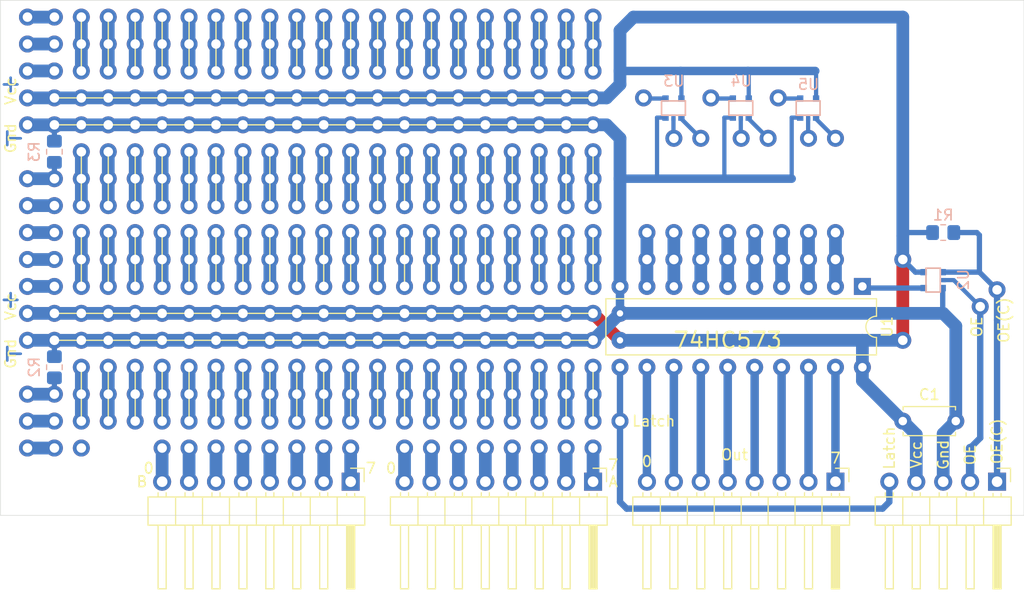
<source format=kicad_pcb>
(kicad_pcb (version 20171130) (host pcbnew "(5.1.8)-1")
  (layers (0 F.Cu signal) (31 B.Cu signal) (34 B.Paste user) (35 F.Paste user) (36 B.SilkS user) (37 F.SilkS user) (38 B.Mask user) (39 F.Mask user) (44 Edge.Cuts user))
  (net 0 "")
  (net 1 "Net-(J1-Pad8)")
  (net 2 "Net-(J1-Pad7)")
  (net 3 "Net-(J1-Pad6)")
  (net 4 "Net-(J1-Pad5)")
  (net 5 "Net-(J1-Pad4)")
  (net 6 "Net-(J1-Pad3)")
  (net 7 "Net-(J1-Pad2)")
  (net 8 "Net-(J1-Pad1)")
  (net 9 "Net-(J2-Pad8)")
  (net 10 "Net-(J2-Pad7)")
  (net 11 "Net-(J2-Pad6)")
  (net 12 "Net-(J2-Pad5)")
  (net 13 "Net-(J2-Pad4)")
  (net 14 "Net-(J2-Pad3)")
  (net 15 "Net-(J2-Pad2)")
  (net 16 "Net-(J2-Pad1)")
  (net 17 "Net-(J3-Pad8)")
  (net 18 "Net-(J3-Pad7)")
  (net 19 "Net-(J3-Pad6)")
  (net 20 "Net-(J3-Pad5)")
  (net 21 "Net-(J3-Pad4)")
  (net 22 "Net-(J3-Pad3)")
  (net 23 "Net-(J3-Pad2)")
  (net 24 "Net-(J3-Pad1)")
  (net 25 "Net-(J4-Pad1)")
  (net 26 VCC)
  (net 27 GND)
  (net 28 "Net-(U1-Pad2)")
  (net 29 "Net-(U1-Pad3)")
  (net 30 "Net-(U1-Pad4)")
  (net 31 "Net-(U1-Pad5)")
  (net 32 "Net-(U1-Pad6)")
  (net 33 "Net-(U1-Pad7)")
  (net 34 "Net-(U1-Pad8)")
  (net 35 "Net-(U1-Pad9)")
  (net 36 "Net-(J4-Pad5)")
  (net 37 "Net-(U1-Pad1)")
  (net 38 "Net-(J4-Pad2)")
  (net 39 "Net-(R2-Pad1)")
  (net 40 "Net-(U3-Pad2)")
  (net 41 "Net-(U3-Pad1)")
  (net 42 "Net-(U3-Pad4)")
  (net 43 "Net-(U4-Pad2)")
  (net 44 "Net-(U4-Pad1)")
  (net 45 "Net-(U4-Pad4)")
  (net 46 "Net-(U5-Pad2)")
  (net 47 "Net-(U5-Pad1)")
  (net 48 "Net-(U5-Pad4)")
  (net 49 "Net-(R3-Pad1)")
  (module Resistor_SMD:R_0805_2012Metric_Pad1.20x1.40mm_HandSolder (layer B.Cu) (at 27.94 33.02 90)
    (fp_text reference R3 (at 0 -1.905 90) (layer B.SilkS) (effects (justify mirror)))
    (fp_text value R)
    (pad 2 smd roundrect (at 1 0 90) (size 1.2 1.4) (layers B.Cu B.Paste B.Mask) (roundrect_rratio 0.208333) (net 27 GND))
    (pad 1 smd roundrect (at -1 0 90) (size 1.2 1.4) (layers B.Cu B.Paste B.Mask) (roundrect_rratio 0.208333) (net 49 "Net-(R3-Pad1)"))
  )
  (module CommonLibrary:tssop5 (layer B.Cu) (at 100.6475 31.75 180)
    (fp_text reference U5 (at 1.5875 5.08) (layer B.SilkS) (effects (justify mirror)))
    (fp_text value 74AHC1G08)
    (pad 2 smd rect (at 1.625 1.95 180) (size 0.4 0.6) (layers B.Cu B.Paste B.Mask) (net 46 "Net-(U5-Pad2)"))
    (pad 1 smd rect (at 0.875 1.95 180) (size 0.6 0.6) (layers B.Cu B.Paste B.Mask) (net 47 "Net-(U5-Pad1)"))
    (pad 3 smd rect (at 2.375 1.95 180) (size 0.6 0.6) (layers B.Cu B.Paste B.Mask) (net 27 GND))
    (pad 4 smd rect (at 2.375 3.75 180) (size 0.6 0.6) (layers B.Cu B.Paste B.Mask) (net 48 "Net-(U5-Pad4)"))
    (pad 5 smd rect (at 0.875 3.75 180) (size 0.6 0.6) (layers B.Cu B.Paste B.Mask) (net 26 VCC))
  )
  (module CommonLibrary:tssop5 (layer B.Cu) (at 94.2975 31.75 180)
    (fp_text reference U4 (at 1.5875 5.3975) (layer B.SilkS) (effects (justify mirror)))
    (fp_text value 74AHC1G08)
    (pad 2 smd rect (at 1.625 1.95 180) (size 0.4 0.6) (layers B.Cu B.Paste B.Mask) (net 43 "Net-(U4-Pad2)"))
    (pad 1 smd rect (at 0.875 1.95 180) (size 0.6 0.6) (layers B.Cu B.Paste B.Mask) (net 44 "Net-(U4-Pad1)"))
    (pad 3 smd rect (at 2.375 1.95 180) (size 0.6 0.6) (layers B.Cu B.Paste B.Mask) (net 27 GND))
    (pad 4 smd rect (at 2.375 3.75 180) (size 0.6 0.6) (layers B.Cu B.Paste B.Mask) (net 45 "Net-(U4-Pad4)"))
    (pad 5 smd rect (at 0.875 3.75 180) (size 0.6 0.6) (layers B.Cu B.Paste B.Mask) (net 26 VCC))
  )
  (module CommonLibrary:tssop5 (layer B.Cu) (at 87.9475 31.75 180)
    (fp_text reference U3 (at 1.5875 5.3975) (layer B.SilkS) (effects (justify mirror)))
    (fp_text value 74AHC1G08)
    (pad 2 smd rect (at 1.625 1.95 180) (size 0.4 0.6) (layers B.Cu B.Paste B.Mask) (net 40 "Net-(U3-Pad2)"))
    (pad 1 smd rect (at 0.875 1.95 180) (size 0.6 0.6) (layers B.Cu B.Paste B.Mask) (net 41 "Net-(U3-Pad1)"))
    (pad 3 smd rect (at 2.375 1.95 180) (size 0.6 0.6) (layers B.Cu B.Paste B.Mask) (net 27 GND))
    (pad 4 smd rect (at 2.375 3.75 180) (size 0.6 0.6) (layers B.Cu B.Paste B.Mask) (net 42 "Net-(U3-Pad4)"))
    (pad 5 smd rect (at 0.875 3.75 180) (size 0.6 0.6) (layers B.Cu B.Paste B.Mask) (net 26 VCC))
  )
  (module Resistor_SMD:R_0805_2012Metric_Pad1.20x1.40mm_HandSolder (layer B.Cu) (at 27.94 53.34 90)
    (fp_text reference R2 (at 0 -1.905 270) (layer B.SilkS) (effects (justify mirror)))
    (fp_text value R)
    (pad 2 smd roundrect (at 1 0 90) (size 1.2 1.4) (layers B.Cu B.Paste B.Mask) (roundrect_rratio 0.208333) (net 27 GND))
    (pad 1 smd roundrect (at -1 0 90) (size 1.2 1.4) (layers B.Cu B.Paste B.Mask) (roundrect_rratio 0.208333) (net 39 "Net-(R2-Pad1)"))
  )
  (module Resistor_SMD:R_0805_2012Metric_Pad1.20x1.40mm_HandSolder (layer B.Cu) (at 111.76 40.64 180)
    (fp_text reference R1 (at 0 1.65) (layer B.SilkS) (effects (justify mirror)))
    (fp_text value 10k)
    (pad 2 smd roundrect (at 1 0 180) (size 1.2 1.4) (layers B.Cu B.Paste B.Mask) (roundrect_rratio 0.208333) (net 26 VCC))
    (pad 1 smd roundrect (at -1 0 180) (size 1.2 1.4) (layers B.Cu B.Paste B.Mask) (roundrect_rratio 0.208333) (net 25 "Net-(J4-Pad1)"))
  )
  (module Connector_PinHeader_2.54mm:PinHeader_1x08_P2.54mm_Horizontal (layer F.Cu) (at 101.6 64.135 270)
    (fp_text reference J3 hide)
    (fp_text value Conn_01x08_Male)
    (pad 8 thru_hole oval (at 0 17.78 270) (size 1.7 1.7) (drill 1) (layers *.Cu *.Mask) (net 17 "Net-(J3-Pad8)"))
    (pad 7 thru_hole oval (at 0 15.24 270) (size 1.7 1.7) (drill 1) (layers *.Cu *.Mask) (net 18 "Net-(J3-Pad7)"))
    (pad 6 thru_hole oval (at 0 12.7 270) (size 1.7 1.7) (drill 1) (layers *.Cu *.Mask) (net 19 "Net-(J3-Pad6)"))
    (pad 5 thru_hole oval (at 0 10.16 270) (size 1.7 1.7) (drill 1) (layers *.Cu *.Mask) (net 20 "Net-(J3-Pad5)"))
    (pad 4 thru_hole oval (at 0 7.62 270) (size 1.7 1.7) (drill 1) (layers *.Cu *.Mask) (net 21 "Net-(J3-Pad4)"))
    (pad 3 thru_hole oval (at 0 5.08 270) (size 1.7 1.7) (drill 1) (layers *.Cu *.Mask) (net 22 "Net-(J3-Pad3)"))
    (pad 2 thru_hole oval (at 0 2.54 270) (size 1.7 1.7) (drill 1) (layers *.Cu *.Mask) (net 23 "Net-(J3-Pad2)"))
    (pad 1 thru_hole rect (at 0 0 270) (size 1.7 1.7) (drill 1) (layers *.Cu *.Mask) (net 24 "Net-(J3-Pad1)"))
  )
  (module Connector_PinHeader_2.54mm:PinHeader_1x08_P2.54mm_Horizontal (layer F.Cu) (at 78.74 64.135 270)
    (fp_text reference J2 hide)
    (fp_text value Conn_01x08_Male)
    (pad 8 thru_hole oval (at 0 17.78 270) (size 1.7 1.7) (drill 1) (layers *.Cu *.Mask) (net 9 "Net-(J2-Pad8)"))
    (pad 7 thru_hole oval (at 0 15.24 270) (size 1.7 1.7) (drill 1) (layers *.Cu *.Mask) (net 10 "Net-(J2-Pad7)"))
    (pad 6 thru_hole oval (at 0 12.7 270) (size 1.7 1.7) (drill 1) (layers *.Cu *.Mask) (net 11 "Net-(J2-Pad6)"))
    (pad 5 thru_hole oval (at 0 10.16 270) (size 1.7 1.7) (drill 1) (layers *.Cu *.Mask) (net 12 "Net-(J2-Pad5)"))
    (pad 4 thru_hole oval (at 0 7.62 270) (size 1.7 1.7) (drill 1) (layers *.Cu *.Mask) (net 13 "Net-(J2-Pad4)"))
    (pad 3 thru_hole oval (at 0 5.08 270) (size 1.7 1.7) (drill 1) (layers *.Cu *.Mask) (net 14 "Net-(J2-Pad3)"))
    (pad 2 thru_hole oval (at 0 2.54 270) (size 1.7 1.7) (drill 1) (layers *.Cu *.Mask) (net 15 "Net-(J2-Pad2)"))
    (pad 1 thru_hole rect (at 0 0 270) (size 1.7 1.7) (drill 1) (layers *.Cu *.Mask) (net 16 "Net-(J2-Pad1)"))
  )
  (module Connector_PinHeader_2.54mm:PinHeader_1x08_P2.54mm_Horizontal (layer F.Cu) (at 55.88 64.135 270)
    (fp_text reference J1 hide)
    (fp_text value Conn_01x08_Male)
    (pad 8 thru_hole oval (at 0 17.78 270) (size 1.7 1.7) (drill 1) (layers *.Cu *.Mask) (net 1 "Net-(J1-Pad8)"))
    (pad 7 thru_hole oval (at 0 15.24 270) (size 1.7 1.7) (drill 1) (layers *.Cu *.Mask) (net 2 "Net-(J1-Pad7)"))
    (pad 6 thru_hole oval (at 0 12.7 270) (size 1.7 1.7) (drill 1) (layers *.Cu *.Mask) (net 3 "Net-(J1-Pad6)"))
    (pad 5 thru_hole oval (at 0 10.16 270) (size 1.7 1.7) (drill 1) (layers *.Cu *.Mask) (net 4 "Net-(J1-Pad5)"))
    (pad 4 thru_hole oval (at 0 7.62 270) (size 1.7 1.7) (drill 1) (layers *.Cu *.Mask) (net 5 "Net-(J1-Pad4)"))
    (pad 3 thru_hole oval (at 0 5.08 270) (size 1.7 1.7) (drill 1) (layers *.Cu *.Mask) (net 6 "Net-(J1-Pad3)"))
    (pad 2 thru_hole oval (at 0 2.54 270) (size 1.7 1.7) (drill 1) (layers *.Cu *.Mask) (net 7 "Net-(J1-Pad2)"))
    (pad 1 thru_hole rect (at 0 0 270) (size 1.7 1.7) (drill 1) (layers *.Cu *.Mask) (net 8 "Net-(J1-Pad1)"))
  )
  (module Capacitor_THT:C_Disc_D4.7mm_W2.5mm_P5.00mm (layer F.Cu) (at 107.95 58.42)
    (fp_text reference C1 (at 2.5 -2.5) (layer F.SilkS))
    (fp_text value 0.1uF)
    (pad 1 thru_hole circle (at 0 0) (size 1.6 1.6) (drill 0.8) (layers *.Cu *.Mask) (net 26 VCC))
    (pad 2 thru_hole circle (at 5 0) (size 1.6 1.6) (drill 0.8) (layers *.Cu *.Mask) (net 27 GND))
  )
  (module Package_DIP:DIP-20_W7.62mm (layer F.Cu) (at 104.14 45.72 270)
    (fp_text reference U1 (at 3.81 -2.33 90) (layer F.SilkS))
    (fp_text value 74LS573)
    (pad 1 thru_hole rect (at 0 0 270) (size 1.6 1.6) (drill 0.8) (layers *.Cu *.Mask) (net 37 "Net-(U1-Pad1)"))
    (pad 11 thru_hole oval (at 7.62 22.86 270) (size 1.6 1.6) (drill 0.8) (layers *.Cu *.Mask) (net 36 "Net-(J4-Pad5)"))
    (pad 2 thru_hole oval (at 0 2.54 270) (size 1.6 1.6) (drill 0.8) (layers *.Cu *.Mask) (net 28 "Net-(U1-Pad2)"))
    (pad 12 thru_hole oval (at 7.62 20.32 270) (size 1.6 1.6) (drill 0.8) (layers *.Cu *.Mask) (net 17 "Net-(J3-Pad8)"))
    (pad 3 thru_hole oval (at 0 5.08 270) (size 1.6 1.6) (drill 0.8) (layers *.Cu *.Mask) (net 29 "Net-(U1-Pad3)"))
    (pad 13 thru_hole oval (at 7.62 17.78 270) (size 1.6 1.6) (drill 0.8) (layers *.Cu *.Mask) (net 18 "Net-(J3-Pad7)"))
    (pad 4 thru_hole oval (at 0 7.62 270) (size 1.6 1.6) (drill 0.8) (layers *.Cu *.Mask) (net 30 "Net-(U1-Pad4)"))
    (pad 14 thru_hole oval (at 7.62 15.24 270) (size 1.6 1.6) (drill 0.8) (layers *.Cu *.Mask) (net 19 "Net-(J3-Pad6)"))
    (pad 5 thru_hole oval (at 0 10.16 270) (size 1.6 1.6) (drill 0.8) (layers *.Cu *.Mask) (net 31 "Net-(U1-Pad5)"))
    (pad 15 thru_hole oval (at 7.62 12.7 270) (size 1.6 1.6) (drill 0.8) (layers *.Cu *.Mask) (net 20 "Net-(J3-Pad5)"))
    (pad 6 thru_hole oval (at 0 12.7 270) (size 1.6 1.6) (drill 0.8) (layers *.Cu *.Mask) (net 32 "Net-(U1-Pad6)"))
    (pad 16 thru_hole oval (at 7.62 10.16 270) (size 1.6 1.6) (drill 0.8) (layers *.Cu *.Mask) (net 21 "Net-(J3-Pad4)"))
    (pad 7 thru_hole oval (at 0 15.24 270) (size 1.6 1.6) (drill 0.8) (layers *.Cu *.Mask) (net 33 "Net-(U1-Pad7)"))
    (pad 17 thru_hole oval (at 7.62 7.62 270) (size 1.6 1.6) (drill 0.8) (layers *.Cu *.Mask) (net 22 "Net-(J3-Pad3)"))
    (pad 8 thru_hole oval (at 0 17.78 270) (size 1.6 1.6) (drill 0.8) (layers *.Cu *.Mask) (net 34 "Net-(U1-Pad8)"))
    (pad 18 thru_hole oval (at 7.62 5.08 270) (size 1.6 1.6) (drill 0.8) (layers *.Cu *.Mask) (net 23 "Net-(J3-Pad2)"))
    (pad 9 thru_hole oval (at 0 20.32 270) (size 1.6 1.6) (drill 0.8) (layers *.Cu *.Mask) (net 35 "Net-(U1-Pad9)"))
    (pad 19 thru_hole oval (at 7.62 2.54 270) (size 1.6 1.6) (drill 0.8) (layers *.Cu *.Mask) (net 24 "Net-(J3-Pad1)"))
    (pad 10 thru_hole oval (at 0 22.86 270) (size 1.6 1.6) (drill 0.8) (layers *.Cu *.Mask) (net 27 GND))
    (pad 20 thru_hole oval (at 7.62 0 270) (size 1.6 1.6) (drill 0.8) (layers *.Cu *.Mask) (net 26 VCC))
  )
  (module Connector_PinHeader_2.54mm:PinHeader_1x05_P2.54mm_Horizontal (layer F.Cu) (at 116.84 64.135 270)
    (fp_text reference J4 hide)
    (fp_text value Conn_01x05_Male)
    (pad 1 thru_hole rect (at 0 0 270) (size 1.7 1.7) (drill 1) (layers *.Cu *.Mask) (net 25 "Net-(J4-Pad1)"))
    (pad 2 thru_hole oval (at 0 2.54 270) (size 1.7 1.7) (drill 1) (layers *.Cu *.Mask) (net 38 "Net-(J4-Pad2)"))
    (pad 3 thru_hole oval (at 0 5.08 270) (size 1.7 1.7) (drill 1) (layers *.Cu *.Mask) (net 27 GND))
    (pad 4 thru_hole oval (at 0 7.62 270) (size 1.7 1.7) (drill 1) (layers *.Cu *.Mask) (net 26 VCC))
    (pad 5 thru_hole oval (at 0 10.16 270) (size 1.7 1.7) (drill 1) (layers *.Cu *.Mask) (net 36 "Net-(J4-Pad5)"))
  )
  (module CommonLibrary:tssop5 (layer B.Cu) (at 113.665 43.4975 270)
    (fp_text reference U2 (at 1.5875 0 90) (layer B.SilkS) (effects (justify mirror)))
    (fp_text value 74AHC1G08)
    (pad 5 smd rect (at 0.875 3.75 270) (size 0.6 0.6) (layers B.Cu B.Paste B.Mask) (net 26 VCC))
    (pad 4 smd rect (at 2.375 3.75 270) (size 0.6 0.6) (layers B.Cu B.Paste B.Mask) (net 37 "Net-(U1-Pad1)"))
    (pad 3 smd rect (at 2.375 1.95 270) (size 0.6 0.6) (layers B.Cu B.Paste B.Mask) (net 27 GND))
    (pad 1 smd rect (at 0.875 1.95 270) (size 0.6 0.6) (layers B.Cu B.Paste B.Mask) (net 25 "Net-(J4-Pad1)"))
    (pad 2 smd rect (at 1.625 1.95 270) (size 0.4 0.6) (layers B.Cu B.Paste B.Mask) (net 38 "Net-(J4-Pad2)"))
  )
  (gr_text Gnd (at 23.8125 31.75 90) (layer F.SilkS) (effects (font (size 1 1))))
  (gr_text Gnd (at 23.8125 52.07 90) (layer F.SilkS) (effects (font (size 1 1))))
  (gr_text Vcc (at 23.8125 27.305 90) (layer F.SilkS) (effects (font (size 1 1))))
  (gr_text Vcc (at 23.8125 47.625 90) (layer F.SilkS) (effects (font (size 1 1))))
  (gr_text "OE(C)" (at 117.475 48.895 90) (layer F.SilkS) (effects (font (size 1 1))))
  (gr_text OE (at 114.935 49.53 90) (layer F.SilkS) (effects (font (size 1 1))))
  (gr_text Latch (at 84.455 58.42) (layer F.SilkS) (effects (font (size 1 1))))
  (gr_line (start 76.2 53.34) (end 76.2 58.42) (layer F.SilkS) (width 0.12))
  (gr_line (start 78.74 53.34) (end 78.74 58.42) (layer F.SilkS) (width 0.12))
  (gr_line (start 71.12 53.34) (end 71.12 58.42) (layer F.SilkS) (width 0.12))
  (gr_line (start 73.66 53.34) (end 73.66 58.42) (layer F.SilkS) (width 0.12))
  (gr_line (start 66.04 53.34) (end 66.04 58.42) (layer F.SilkS) (width 0.12))
  (gr_line (start 68.58 53.34) (end 68.58 58.42) (layer F.SilkS) (width 0.12))
  (gr_line (start 60.96 53.34) (end 60.96 58.42) (layer F.SilkS) (width 0.12))
  (gr_line (start 63.5 53.34) (end 63.5 58.42) (layer F.SilkS) (width 0.12))
  (gr_line (start 55.88 53.34) (end 55.88 58.42) (layer F.SilkS) (width 0.12))
  (gr_line (start 58.42 53.34) (end 58.42 58.42) (layer F.SilkS) (width 0.12))
  (gr_line (start 50.8 53.34) (end 50.8 58.42) (layer F.SilkS) (width 0.12))
  (gr_line (start 53.34 53.34) (end 53.34 58.42) (layer F.SilkS) (width 0.12))
  (gr_line (start 45.72 53.34) (end 45.72 58.42) (layer F.SilkS) (width 0.12))
  (gr_line (start 48.26 53.34) (end 48.26 58.42) (layer F.SilkS) (width 0.12))
  (gr_line (start 40.64 53.34) (end 40.64 58.42) (layer F.SilkS) (width 0.12))
  (gr_line (start 43.18 53.34) (end 43.18 58.42) (layer F.SilkS) (width 0.12))
  (gr_line (start 35.56 53.34) (end 35.56 58.42) (layer F.SilkS) (width 0.12))
  (gr_line (start 38.1 53.34) (end 38.1 58.42) (layer F.SilkS) (width 0.12))
  (gr_line (start 30.48 53.34) (end 30.48 58.42) (layer F.SilkS) (width 0.12))
  (gr_line (start 33.02 53.34) (end 33.02 58.42) (layer F.SilkS) (width 0.12))
  (gr_line (start 30.48 40.64) (end 30.48 45.72) (layer F.SilkS) (width 0.12))
  (gr_line (start 33.02 40.64) (end 33.02 45.72) (layer F.SilkS) (width 0.12))
  (gr_line (start 35.56 40.64) (end 35.56 45.72) (layer F.SilkS) (width 0.12))
  (gr_line (start 38.1 40.64) (end 38.1 45.72) (layer F.SilkS) (width 0.12))
  (gr_line (start 40.64 40.64) (end 40.64 45.72) (layer F.SilkS) (width 0.12))
  (gr_line (start 43.18 40.64) (end 43.18 45.72) (layer F.SilkS) (width 0.12))
  (gr_line (start 45.72 40.64) (end 45.72 45.72) (layer F.SilkS) (width 0.12))
  (gr_line (start 48.26 40.64) (end 48.26 45.72) (layer F.SilkS) (width 0.12))
  (gr_line (start 50.8 40.64) (end 50.8 45.72) (layer F.SilkS) (width 0.12))
  (gr_line (start 53.34 40.64) (end 53.34 45.72) (layer F.SilkS) (width 0.12))
  (gr_line (start 55.88 40.64) (end 55.88 45.72) (layer F.SilkS) (width 0.12))
  (gr_line (start 58.42 40.64) (end 58.42 45.72) (layer F.SilkS) (width 0.12))
  (gr_line (start 60.96 40.64) (end 60.96 45.72) (layer F.SilkS) (width 0.12))
  (gr_line (start 63.5 40.64) (end 63.5 45.72) (layer F.SilkS) (width 0.12))
  (gr_line (start 66.04 40.64) (end 66.04 45.72) (layer F.SilkS) (width 0.12))
  (gr_line (start 68.58 40.64) (end 68.58 45.72) (layer F.SilkS) (width 0.12))
  (gr_line (start 71.12 40.64) (end 71.12 45.72) (layer F.SilkS) (width 0.12))
  (gr_line (start 73.66 40.64) (end 73.66 45.72) (layer F.SilkS) (width 0.12))
  (gr_line (start 76.2 40.64) (end 76.2 45.72) (layer F.SilkS) (width 0.12))
  (gr_line (start 78.74 40.64) (end 78.74 45.72) (layer F.SilkS) (width 0.12))
  (gr_line (start 78.74 33.02) (end 78.74 38.1) (layer F.SilkS) (width 0.12))
  (gr_line (start 76.2 33.02) (end 76.2 38.1) (layer F.SilkS) (width 0.12))
  (gr_line (start 73.66 33.02) (end 73.66 38.1) (layer F.SilkS) (width 0.12))
  (gr_line (start 71.12 33.02) (end 71.12 38.1) (layer F.SilkS) (width 0.12))
  (gr_line (start 68.58 33.02) (end 68.58 38.1) (layer F.SilkS) (width 0.12))
  (gr_line (start 66.04 33.02) (end 66.04 38.1) (layer F.SilkS) (width 0.12))
  (gr_line (start 63.5 33.02) (end 63.5 38.1) (layer F.SilkS) (width 0.12))
  (gr_line (start 60.96 33.02) (end 60.96 38.1) (layer F.SilkS) (width 0.12))
  (gr_line (start 58.42 33.02) (end 58.42 38.1) (layer F.SilkS) (width 0.12))
  (gr_line (start 55.88 33.02) (end 55.88 38.1) (layer F.SilkS) (width 0.12))
  (gr_line (start 53.34 33.02) (end 53.34 38.1) (layer F.SilkS) (width 0.12))
  (gr_line (start 50.8 33.02) (end 50.8 38.1) (layer F.SilkS) (width 0.12))
  (gr_line (start 48.26 33.02) (end 48.26 38.1) (layer F.SilkS) (width 0.12))
  (gr_line (start 45.72 33.02) (end 45.72 38.1) (layer F.SilkS) (width 0.12))
  (gr_line (start 43.18 33.02) (end 43.18 38.1) (layer F.SilkS) (width 0.12))
  (gr_line (start 40.64 33.02) (end 40.64 38.1) (layer F.SilkS) (width 0.12))
  (gr_line (start 38.1 33.02) (end 38.1 38.1) (layer F.SilkS) (width 0.12))
  (gr_line (start 35.56 33.02) (end 35.56 38.1) (layer F.SilkS) (width 0.12))
  (gr_line (start 33.02 33.02) (end 33.02 38.1) (layer F.SilkS) (width 0.12))
  (gr_line (start 30.48 33.02) (end 30.48 38.1) (layer F.SilkS) (width 0.12))
  (gr_line (start 78.74 20.32) (end 78.74 25.4) (layer F.SilkS) (width 0.12))
  (gr_line (start 76.2 20.32) (end 76.2 25.4) (layer F.SilkS) (width 0.12))
  (gr_line (start 73.66 20.32) (end 73.66 25.4) (layer F.SilkS) (width 0.12))
  (gr_line (start 71.12 20.32) (end 71.12 25.4) (layer F.SilkS) (width 0.12))
  (gr_line (start 68.58 20.32) (end 68.58 25.4) (layer F.SilkS) (width 0.12))
  (gr_line (start 66.04 20.32) (end 66.04 25.4) (layer F.SilkS) (width 0.12))
  (gr_line (start 63.5 20.32) (end 63.5 25.4) (layer F.SilkS) (width 0.12))
  (gr_line (start 60.96 20.32) (end 60.96 25.4) (layer F.SilkS) (width 0.12))
  (gr_line (start 58.42 20.32) (end 58.42 25.4) (layer F.SilkS) (width 0.12))
  (gr_line (start 55.88 20.32) (end 55.88 25.4) (layer F.SilkS) (width 0.12))
  (gr_line (start 53.34 20.32) (end 53.34 25.4) (layer F.SilkS) (width 0.12))
  (gr_line (start 50.8 20.32) (end 50.8 25.4) (layer F.SilkS) (width 0.12))
  (gr_line (start 48.26 20.32) (end 48.26 25.4) (layer F.SilkS) (width 0.12))
  (gr_line (start 45.72 20.32) (end 45.72 25.4) (layer F.SilkS) (width 0.12))
  (gr_line (start 43.18 20.32) (end 43.18 25.4) (layer F.SilkS) (width 0.12))
  (gr_line (start 40.64 20.32) (end 40.64 25.4) (layer F.SilkS) (width 0.12))
  (gr_line (start 38.1 20.32) (end 38.1 25.4) (layer F.SilkS) (width 0.12))
  (gr_line (start 35.56 20.32) (end 35.56 25.4) (layer F.SilkS) (width 0.12))
  (gr_line (start 33.02 20.32) (end 33.02 25.4) (layer F.SilkS) (width 0.12))
  (gr_line (start 30.48 20.32) (end 30.48 25.4) (layer F.SilkS) (width 0.12))
  (gr_line (start 27.94 50.8) (end 78.74 50.8) (layer F.SilkS) (width 0.12))
  (gr_line (start 27.94 48.26) (end 78.74 48.26) (layer F.SilkS) (width 0.12))
  (gr_line (start 27.94 30.48) (end 78.74 30.48) (layer F.SilkS) (width 0.12))
  (gr_line (start 27.94 27.94) (end 78.74 27.94) (layer F.SilkS) (width 0.12))
  (gr_text "OE(C)" (at 116.84 60.325 90) (layer F.SilkS) (effects (font (size 1 1))))
  (gr_text 0 (at 83.82 62.23) (layer F.SilkS) (effects (font (size 1 1))))
  (gr_text 7 (at 101.6 61.9125) (layer F.SilkS) (effects (font (size 1 1))))
  (gr_text 7 (at 80.645 62.5475) (layer F.SilkS) (effects (font (size 1 1))))
  (gr_text 0 (at 59.69 62.865) (layer F.SilkS) (effects (font (size 1 1))))
  (gr_text 7 (at 57.785 62.865) (layer F.SilkS) (effects (font (size 1 1))))
  (gr_text 0 (at 36.83 62.865) (layer F.SilkS) (effects (font (size 1 1))))
  (gr_text B (at 36.195 64.135) (layer F.SilkS) (effects (font (size 1 1))))
  (gr_text A (at 80.645 64.135) (layer F.SilkS) (effects (font (size 1 1))))
  (gr_text Out (at 92.075 61.595) (layer F.SilkS) (effects (font (size 1 1))))
  (gr_text Latch (at 106.68 60.96 90) (layer F.SilkS) (effects (font (size 1 1))))
  (gr_text OE (at 114.3 61.595 90) (layer F.SilkS) (effects (font (size 1 1))))
  (gr_text Vcc (at 109.22 61.595 90) (layer F.SilkS) (effects (font (size 1 1))))
  (gr_text Gnd (at 111.76 61.595 90) (layer F.SilkS) (effects (font (size 1 1))))
  (gr_text 74HC573 (at 91.44 50.8) (layer F.SilkS) (effects (font (size 1.5 1.5) (thickness 0.2))))
  (gr_line (start 22.86 18.7325) (end 22.86 67.31) (layer Edge.Cuts) (width 0.05))
  (gr_line (start 119.38 18.7325) (end 22.86 18.7325) (layer Edge.Cuts) (width 0.05))
  (gr_line (start 119.38 67.31) (end 119.38 18.7325) (layer Edge.Cuts) (width 0.05))
  (gr_line (start 22.86 67.31) (end 119.38 67.31) (layer Edge.Cuts) (width 0.05))
  (via (at 76.2 53.34) (size 1.6) (drill 0.9) (layers F.Cu B.Cu) (net 0))
  (via (at 76.2 55.88) (size 1.6) (drill 0.9) (layers F.Cu B.Cu) (net 0))
  (via (at 76.2 58.42) (size 1.6) (drill 0.9) (layers F.Cu B.Cu) (net 0))
  (segment (start 76.2 53.34) (end 76.2 55.88) (width 1.2) (layer B.Cu) (net 0))
  (segment (start 76.2 55.88) (end 76.2 58.42) (width 1.2) (layer B.Cu) (net 0))
  (via (at 73.66 55.88) (size 1.6) (drill 0.9) (layers F.Cu B.Cu) (net 0))
  (via (at 73.66 58.42) (size 1.6) (drill 0.9) (layers F.Cu B.Cu) (net 0))
  (via (at 73.66 53.34) (size 1.6) (drill 0.9) (layers F.Cu B.Cu) (net 0))
  (segment (start 73.66 55.88) (end 73.66 58.42) (width 1.2) (layer B.Cu) (net 0))
  (segment (start 73.66 53.34) (end 73.66 55.88) (width 1.2) (layer B.Cu) (net 0))
  (via (at 71.12 55.88) (size 1.6) (drill 0.9) (layers F.Cu B.Cu) (net 0))
  (via (at 71.12 58.42) (size 1.6) (drill 0.9) (layers F.Cu B.Cu) (net 0))
  (via (at 71.12 53.34) (size 1.6) (drill 0.9) (layers F.Cu B.Cu) (net 0))
  (segment (start 71.12 55.88) (end 71.12 58.42) (width 1.2) (layer B.Cu) (net 0))
  (segment (start 71.12 53.34) (end 71.12 55.88) (width 1.2) (layer B.Cu) (net 0))
  (via (at 68.58 55.88) (size 1.6) (drill 0.9) (layers F.Cu B.Cu) (net 0))
  (via (at 68.58 58.42) (size 1.6) (drill 0.9) (layers F.Cu B.Cu) (net 0))
  (via (at 68.58 53.34) (size 1.6) (drill 0.9) (layers F.Cu B.Cu) (net 0))
  (segment (start 68.58 55.88) (end 68.58 58.42) (width 1.2) (layer B.Cu) (net 0))
  (segment (start 68.58 53.34) (end 68.58 55.88) (width 1.2) (layer B.Cu) (net 0))
  (via (at 66.04 55.88) (size 1.6) (drill 0.9) (layers F.Cu B.Cu) (net 0))
  (via (at 66.04 58.42) (size 1.6) (drill 0.9) (layers F.Cu B.Cu) (net 0))
  (via (at 66.04 53.34) (size 1.6) (drill 0.9) (layers F.Cu B.Cu) (net 0))
  (segment (start 66.04 55.88) (end 66.04 58.42) (width 1.2) (layer B.Cu) (net 0))
  (segment (start 66.04 53.34) (end 66.04 55.88) (width 1.2) (layer B.Cu) (net 0))
  (via (at 63.5 55.88) (size 1.6) (drill 0.9) (layers F.Cu B.Cu) (net 0))
  (via (at 63.5 58.42) (size 1.6) (drill 0.9) (layers F.Cu B.Cu) (net 0))
  (via (at 63.5 53.34) (size 1.6) (drill 0.9) (layers F.Cu B.Cu) (net 0))
  (segment (start 63.5 55.88) (end 63.5 58.42) (width 1.2) (layer B.Cu) (net 0))
  (segment (start 63.5 53.34) (end 63.5 55.88) (width 1.2) (layer B.Cu) (net 0))
  (via (at 60.96 55.88) (size 1.6) (drill 0.9) (layers F.Cu B.Cu) (net 0))
  (via (at 60.96 58.42) (size 1.6) (drill 0.9) (layers F.Cu B.Cu) (net 0))
  (via (at 60.96 53.34) (size 1.6) (drill 0.9) (layers F.Cu B.Cu) (net 0))
  (segment (start 60.96 55.88) (end 60.96 58.42) (width 1.2) (layer B.Cu) (net 0))
  (segment (start 60.96 53.34) (end 60.96 55.88) (width 1.2) (layer B.Cu) (net 0))
  (via (at 58.42 55.88) (size 1.6) (drill 0.9) (layers F.Cu B.Cu) (net 0))
  (via (at 58.42 58.42) (size 1.6) (drill 0.9) (layers F.Cu B.Cu) (net 0))
  (via (at 58.42 53.34) (size 1.6) (drill 0.9) (layers F.Cu B.Cu) (net 0))
  (segment (start 58.42 55.88) (end 58.42 58.42) (width 1.2) (layer B.Cu) (net 0))
  (segment (start 58.42 53.34) (end 58.42 55.88) (width 1.2) (layer B.Cu) (net 0))
  (via (at 55.88 55.88) (size 1.6) (drill 0.9) (layers F.Cu B.Cu) (net 0))
  (via (at 55.88 58.42) (size 1.6) (drill 0.9) (layers F.Cu B.Cu) (net 0))
  (via (at 55.88 53.34) (size 1.6) (drill 0.9) (layers F.Cu B.Cu) (net 0))
  (segment (start 55.88 55.88) (end 55.88 58.42) (width 1.2) (layer B.Cu) (net 0))
  (segment (start 55.88 53.34) (end 55.88 55.88) (width 1.2) (layer B.Cu) (net 0))
  (via (at 53.34 55.88) (size 1.6) (drill 0.9) (layers F.Cu B.Cu) (net 0))
  (via (at 53.34 58.42) (size 1.6) (drill 0.9) (layers F.Cu B.Cu) (net 0))
  (via (at 53.34 53.34) (size 1.6) (drill 0.9) (layers F.Cu B.Cu) (net 0))
  (segment (start 53.34 55.88) (end 53.34 58.42) (width 1.2) (layer B.Cu) (net 0))
  (segment (start 53.34 53.34) (end 53.34 55.88) (width 1.2) (layer B.Cu) (net 0))
  (via (at 50.8 55.88) (size 1.6) (drill 0.9) (layers F.Cu B.Cu) (net 0))
  (via (at 50.8 58.42) (size 1.6) (drill 0.9) (layers F.Cu B.Cu) (net 0))
  (via (at 50.8 53.34) (size 1.6) (drill 0.9) (layers F.Cu B.Cu) (net 0))
  (segment (start 50.8 55.88) (end 50.8 58.42) (width 1.2) (layer B.Cu) (net 0))
  (segment (start 50.8 53.34) (end 50.8 55.88) (width 1.2) (layer B.Cu) (net 0))
  (via (at 48.26 55.88) (size 1.6) (drill 0.9) (layers F.Cu B.Cu) (net 0))
  (via (at 48.26 58.42) (size 1.6) (drill 0.9) (layers F.Cu B.Cu) (net 0))
  (via (at 48.26 53.34) (size 1.6) (drill 0.9) (layers F.Cu B.Cu) (net 0))
  (segment (start 48.26 55.88) (end 48.26 58.42) (width 1.2) (layer B.Cu) (net 0))
  (segment (start 48.26 53.34) (end 48.26 55.88) (width 1.2) (layer B.Cu) (net 0))
  (via (at 45.72 55.88) (size 1.6) (drill 0.9) (layers F.Cu B.Cu) (net 0))
  (via (at 45.72 58.42) (size 1.6) (drill 0.9) (layers F.Cu B.Cu) (net 0))
  (via (at 45.72 53.34) (size 1.6) (drill 0.9) (layers F.Cu B.Cu) (net 0))
  (segment (start 45.72 55.88) (end 45.72 58.42) (width 1.2) (layer B.Cu) (net 0))
  (segment (start 45.72 53.34) (end 45.72 55.88) (width 1.2) (layer B.Cu) (net 0))
  (via (at 43.18 55.88) (size 1.6) (drill 0.9) (layers F.Cu B.Cu) (net 0))
  (via (at 43.18 58.42) (size 1.6) (drill 0.9) (layers F.Cu B.Cu) (net 0))
  (via (at 43.18 53.34) (size 1.6) (drill 0.9) (layers F.Cu B.Cu) (net 0))
  (segment (start 43.18 55.88) (end 43.18 58.42) (width 1.2) (layer B.Cu) (net 0))
  (segment (start 43.18 53.34) (end 43.18 55.88) (width 1.2) (layer B.Cu) (net 0))
  (via (at 40.64 55.88) (size 1.6) (drill 0.9) (layers F.Cu B.Cu) (net 0))
  (via (at 40.64 58.42) (size 1.6) (drill 0.9) (layers F.Cu B.Cu) (net 0))
  (via (at 40.64 53.34) (size 1.6) (drill 0.9) (layers F.Cu B.Cu) (net 0))
  (segment (start 40.64 55.88) (end 40.64 58.42) (width 1.2) (layer B.Cu) (net 0))
  (segment (start 40.64 53.34) (end 40.64 55.88) (width 1.2) (layer B.Cu) (net 0))
  (via (at 38.1 55.88) (size 1.6) (drill 0.9) (layers F.Cu B.Cu) (net 0))
  (via (at 38.1 58.42) (size 1.6) (drill 0.9) (layers F.Cu B.Cu) (net 0))
  (via (at 38.1 53.34) (size 1.6) (drill 0.9) (layers F.Cu B.Cu) (net 0))
  (segment (start 38.1 55.88) (end 38.1 58.42) (width 1.2) (layer B.Cu) (net 0))
  (segment (start 38.1 53.34) (end 38.1 55.88) (width 1.2) (layer B.Cu) (net 0))
  (via (at 35.56 55.88) (size 1.6) (drill 0.9) (layers F.Cu B.Cu) (net 0))
  (via (at 35.56 58.42) (size 1.6) (drill 0.9) (layers F.Cu B.Cu) (net 0))
  (via (at 35.56 53.34) (size 1.6) (drill 0.9) (layers F.Cu B.Cu) (net 0))
  (segment (start 35.56 55.88) (end 35.56 58.42) (width 1.2) (layer B.Cu) (net 0))
  (segment (start 35.56 53.34) (end 35.56 55.88) (width 1.2) (layer B.Cu) (net 0))
  (via (at 33.02 55.88) (size 1.6) (drill 0.9) (layers F.Cu B.Cu) (net 0))
  (via (at 33.02 58.42) (size 1.6) (drill 0.9) (layers F.Cu B.Cu) (net 0))
  (via (at 33.02 53.34) (size 1.6) (drill 0.9) (layers F.Cu B.Cu) (net 0))
  (segment (start 33.02 55.88) (end 33.02 58.42) (width 1.2) (layer B.Cu) (net 0))
  (segment (start 33.02 53.34) (end 33.02 55.88) (width 1.2) (layer B.Cu) (net 0))
  (via (at 78.74 58.42) (size 1.6) (drill 0.9) (layers F.Cu B.Cu) (net 0))
  (via (at 78.74 55.88) (size 1.6) (drill 0.9) (layers F.Cu B.Cu) (net 0))
  (via (at 78.74 53.34) (size 1.6) (drill 0.9) (layers F.Cu B.Cu) (net 0))
  (segment (start 78.74 53.34) (end 78.74 55.88) (width 1.2) (layer B.Cu) (net 0))
  (segment (start 78.74 55.88) (end 78.74 58.42) (width 1.2) (layer B.Cu) (net 0))
  (via (at 76.2 43.18) (size 1.6) (drill 0.9) (layers F.Cu B.Cu) (net 0))
  (via (at 76.2 45.72) (size 1.6) (drill 0.9) (layers F.Cu B.Cu) (net 0))
  (via (at 76.2 40.64) (size 1.6) (drill 0.9) (layers F.Cu B.Cu) (net 0))
  (via (at 78.74 43.18) (size 1.6) (drill 0.9) (layers F.Cu B.Cu) (net 0))
  (via (at 78.74 40.64) (size 1.6) (drill 0.9) (layers F.Cu B.Cu) (net 0))
  (via (at 78.74 45.72) (size 1.6) (drill 0.9) (layers F.Cu B.Cu) (net 0))
  (via (at 50.8 45.72) (size 1.6) (drill 0.9) (layers F.Cu B.Cu) (net 0))
  (via (at 45.72 45.72) (size 1.6) (drill 0.9) (layers F.Cu B.Cu) (net 0))
  (via (at 53.34 43.18) (size 1.6) (drill 0.9) (layers F.Cu B.Cu) (net 0))
  (via (at 40.64 45.72) (size 1.6) (drill 0.9) (layers F.Cu B.Cu) (net 0))
  (via (at 50.8 40.64) (size 1.6) (drill 0.9) (layers F.Cu B.Cu) (net 0))
  (via (at 45.72 40.64) (size 1.6) (drill 0.9) (layers F.Cu B.Cu) (net 0))
  (via (at 48.26 43.18) (size 1.6) (drill 0.9) (layers F.Cu B.Cu) (net 0))
  (via (at 35.56 45.72) (size 1.6) (drill 0.9) (layers F.Cu B.Cu) (net 0))
  (via (at 40.64 40.64) (size 1.6) (drill 0.9) (layers F.Cu B.Cu) (net 0))
  (via (at 43.18 43.18) (size 1.6) (drill 0.9) (layers F.Cu B.Cu) (net 0))
  (via (at 35.56 40.64) (size 1.6) (drill 0.9) (layers F.Cu B.Cu) (net 0))
  (via (at 38.1 43.18) (size 1.6) (drill 0.9) (layers F.Cu B.Cu) (net 0))
  (via (at 38.1 45.72) (size 1.6) (drill 0.9) (layers F.Cu B.Cu) (net 0))
  (via (at 35.56 43.18) (size 1.6) (drill 0.9) (layers F.Cu B.Cu) (net 0))
  (via (at 33.02 43.18) (size 1.6) (drill 0.9) (layers F.Cu B.Cu) (net 0))
  (via (at 33.02 40.64) (size 1.6) (drill 0.9) (layers F.Cu B.Cu) (net 0))
  (via (at 40.64 43.18) (size 1.6) (drill 0.9) (layers F.Cu B.Cu) (net 0))
  (via (at 38.1 40.64) (size 1.6) (drill 0.9) (layers F.Cu B.Cu) (net 0))
  (via (at 43.18 45.72) (size 1.6) (drill 0.9) (layers F.Cu B.Cu) (net 0))
  (via (at 45.72 43.18) (size 1.6) (drill 0.9) (layers F.Cu B.Cu) (net 0))
  (via (at 43.18 40.64) (size 1.6) (drill 0.9) (layers F.Cu B.Cu) (net 0))
  (via (at 48.26 45.72) (size 1.6) (drill 0.9) (layers F.Cu B.Cu) (net 0))
  (via (at 50.8 43.18) (size 1.6) (drill 0.9) (layers F.Cu B.Cu) (net 0))
  (via (at 48.26 40.64) (size 1.6) (drill 0.9) (layers F.Cu B.Cu) (net 0))
  (via (at 53.34 40.64) (size 1.6) (drill 0.9) (layers F.Cu B.Cu) (net 0))
  (via (at 53.34 45.72) (size 1.6) (drill 0.9) (layers F.Cu B.Cu) (net 0))
  (via (at 33.02 45.72) (size 1.6) (drill 0.9) (layers F.Cu B.Cu) (net 0))
  (via (at 73.66 45.72) (size 1.6) (drill 0.9) (layers F.Cu B.Cu) (net 0))
  (via (at 73.66 43.18) (size 1.6) (drill 0.9) (layers F.Cu B.Cu) (net 0))
  (via (at 73.66 40.64) (size 1.6) (drill 0.9) (layers F.Cu B.Cu) (net 0))
  (via (at 71.12 45.72) (size 1.6) (drill 0.9) (layers F.Cu B.Cu) (net 0))
  (via (at 71.12 43.18) (size 1.6) (drill 0.9) (layers F.Cu B.Cu) (net 0))
  (via (at 71.12 40.64) (size 1.6) (drill 0.9) (layers F.Cu B.Cu) (net 0))
  (via (at 68.58 45.72) (size 1.6) (drill 0.9) (layers F.Cu B.Cu) (net 0))
  (via (at 68.58 43.18) (size 1.6) (drill 0.9) (layers F.Cu B.Cu) (net 0))
  (via (at 68.58 40.64) (size 1.6) (drill 0.9) (layers F.Cu B.Cu) (net 0))
  (via (at 66.04 45.72) (size 1.6) (drill 0.9) (layers F.Cu B.Cu) (net 0))
  (via (at 66.04 43.18) (size 1.6) (drill 0.9) (layers F.Cu B.Cu) (net 0))
  (via (at 66.04 40.64) (size 1.6) (drill 0.9) (layers F.Cu B.Cu) (net 0))
  (via (at 63.5 45.72) (size 1.6) (drill 0.9) (layers F.Cu B.Cu) (net 0))
  (via (at 63.5 43.18) (size 1.6) (drill 0.9) (layers F.Cu B.Cu) (net 0))
  (via (at 63.5 40.64) (size 1.6) (drill 0.9) (layers F.Cu B.Cu) (net 0))
  (via (at 60.96 45.72) (size 1.6) (drill 0.9) (layers F.Cu B.Cu) (net 0))
  (via (at 60.96 43.18) (size 1.6) (drill 0.9) (layers F.Cu B.Cu) (net 0))
  (via (at 60.96 40.64) (size 1.6) (drill 0.9) (layers F.Cu B.Cu) (net 0))
  (via (at 58.42 45.72) (size 1.6) (drill 0.9) (layers F.Cu B.Cu) (net 0))
  (via (at 58.42 43.18) (size 1.6) (drill 0.9) (layers F.Cu B.Cu) (net 0))
  (via (at 58.42 40.64) (size 1.6) (drill 0.9) (layers F.Cu B.Cu) (net 0))
  (via (at 55.88 45.72) (size 1.6) (drill 0.9) (layers F.Cu B.Cu) (net 0))
  (via (at 55.88 43.18) (size 1.6) (drill 0.9) (layers F.Cu B.Cu) (net 0))
  (via (at 55.88 40.64) (size 1.6) (drill 0.9) (layers F.Cu B.Cu) (net 0))
  (segment (start 48.26 40.64) (end 48.26 43.18) (width 1.2) (layer B.Cu) (net 0))
  (segment (start 48.26 43.18) (end 48.26 45.72) (width 1.2) (layer B.Cu) (net 0))
  (segment (start 50.8 40.64) (end 50.8 43.18) (width 1.2) (layer B.Cu) (net 0))
  (segment (start 50.8 43.18) (end 50.8 45.72) (width 1.2) (layer B.Cu) (net 0))
  (segment (start 53.34 40.64) (end 53.34 43.18) (width 1.2) (layer B.Cu) (net 0))
  (segment (start 53.34 43.18) (end 53.34 45.72) (width 1.2) (layer B.Cu) (net 0))
  (segment (start 55.88 40.64) (end 55.88 43.18) (width 1.2) (layer B.Cu) (net 0))
  (segment (start 55.88 43.18) (end 55.88 45.72) (width 1.2) (layer B.Cu) (net 0))
  (segment (start 58.42 40.64) (end 58.42 43.18) (width 1.2) (layer B.Cu) (net 0))
  (segment (start 58.42 43.18) (end 58.42 45.72) (width 1.2) (layer B.Cu) (net 0))
  (segment (start 60.96 40.64) (end 60.96 43.18) (width 1.2) (layer B.Cu) (net 0))
  (segment (start 60.96 43.18) (end 60.96 45.72) (width 1.2) (layer B.Cu) (net 0))
  (segment (start 63.5 40.64) (end 63.5 43.18) (width 1.2) (layer B.Cu) (net 0))
  (segment (start 63.5 43.18) (end 63.5 45.72) (width 1.2) (layer B.Cu) (net 0))
  (segment (start 66.04 40.64) (end 66.04 43.18) (width 1.2) (layer B.Cu) (net 0))
  (segment (start 66.04 43.18) (end 66.04 45.72) (width 1.2) (layer B.Cu) (net 0))
  (segment (start 68.58 40.64) (end 68.58 43.18) (width 1.2) (layer B.Cu) (net 0))
  (segment (start 68.58 43.18) (end 68.58 45.72) (width 1.2) (layer B.Cu) (net 0))
  (segment (start 71.12 40.64) (end 71.12 43.18) (width 1.2) (layer B.Cu) (net 0))
  (segment (start 71.12 43.18) (end 71.12 45.72) (width 1.2) (layer B.Cu) (net 0))
  (segment (start 45.72 43.18) (end 45.72 45.72) (width 1.2) (layer B.Cu) (net 0))
  (segment (start 45.72 40.64) (end 45.72 43.18) (width 1.2) (layer B.Cu) (net 0))
  (segment (start 43.18 43.18) (end 43.18 45.72) (width 1.2) (layer B.Cu) (net 0))
  (segment (start 43.18 40.64) (end 43.18 43.18) (width 1.2) (layer B.Cu) (net 0))
  (segment (start 40.64 43.18) (end 40.64 45.72) (width 1.2) (layer B.Cu) (net 0))
  (segment (start 40.64 40.64) (end 40.64 43.18) (width 1.2) (layer B.Cu) (net 0))
  (segment (start 38.1 43.18) (end 38.1 45.72) (width 1.2) (layer B.Cu) (net 0))
  (segment (start 38.1 40.64) (end 38.1 43.18) (width 1.2) (layer B.Cu) (net 0))
  (segment (start 35.56 43.18) (end 35.56 45.72) (width 1.2) (layer B.Cu) (net 0))
  (segment (start 35.56 40.64) (end 35.56 43.18) (width 1.2) (layer B.Cu) (net 0))
  (segment (start 33.02 43.18) (end 33.02 45.72) (width 1.2) (layer B.Cu) (net 0))
  (segment (start 33.02 40.64) (end 33.02 43.18) (width 1.2) (layer B.Cu) (net 0))
  (segment (start 78.74 43.18) (end 78.74 45.72) (width 1.2) (layer B.Cu) (net 0))
  (segment (start 78.74 40.64) (end 78.74 43.18) (width 1.2) (layer B.Cu) (net 0))
  (segment (start 73.66 43.18) (end 73.66 45.72) (width 1.2) (layer B.Cu) (net 0))
  (segment (start 76.2 43.18) (end 76.2 45.72) (width 1.2) (layer B.Cu) (net 0))
  (segment (start 76.2 40.64) (end 76.2 43.18) (width 1.2) (layer B.Cu) (net 0))
  (segment (start 73.66 40.64) (end 73.66 43.18) (width 1.2) (layer B.Cu) (net 0))
  (via (at 27.94 43.18) (size 1.6) (drill 0.9) (layers F.Cu B.Cu) (net 0))
  (via (at 27.94 40.64) (size 1.6) (drill 0.9) (layers F.Cu B.Cu) (net 0))
  (via (at 27.94 45.72) (size 1.6) (drill 0.9) (layers F.Cu B.Cu) (net 0))
  (via (at 27.94 58.42) (size 1.6) (drill 0.9) (layers F.Cu B.Cu) (net 0))
  (via (at 25.4 40.64) (size 1.6) (drill 0.9) (layers F.Cu B.Cu) (net 0))
  (via (at 25.4 43.18) (size 1.6) (drill 0.9) (layers F.Cu B.Cu) (net 0))
  (via (at 25.4 45.72) (size 1.6) (drill 0.9) (layers F.Cu B.Cu) (net 0))
  (via (at 25.4 58.42) (size 1.6) (drill 0.9) (layers F.Cu B.Cu) (net 0))
  (via (at 25.4 60.96) (size 1.6) (drill 0.9) (layers F.Cu B.Cu) (net 0))
  (via (at 27.94 60.96) (size 1.6) (drill 0.9) (layers F.Cu B.Cu) (net 0))
  (segment (start 25.4 40.64) (end 27.94 40.64) (width 1.2) (layer B.Cu) (net 0))
  (segment (start 25.4 43.18) (end 27.94 43.18) (width 1.2) (layer B.Cu) (net 0))
  (segment (start 25.4 45.72) (end 27.94 45.72) (width 1.2) (layer B.Cu) (net 0))
  (segment (start 25.4 58.42) (end 27.94 58.42) (width 1.2) (layer B.Cu) (net 0))
  (segment (start 25.4 60.96) (end 27.94 60.96) (width 1.2) (layer B.Cu) (net 0))
  (via (at 30.48 40.64) (size 1.6) (drill 0.9) (layers F.Cu B.Cu) (net 0))
  (via (at 30.48 43.18) (size 1.6) (drill 0.9) (layers F.Cu B.Cu) (net 0))
  (via (at 30.48 45.72) (size 1.6) (drill 0.9) (layers F.Cu B.Cu) (net 0))
  (via (at 30.48 58.42) (size 1.6) (drill 0.9) (layers F.Cu B.Cu) (net 0))
  (via (at 30.48 60.96) (size 1.6) (drill 0.9) (layers F.Cu B.Cu) (net 0))
  (segment (start 23.495 51.435) (end 23.495 52.07) (width 0.25) (layer B.Cu) (net 0))
  (segment (start 23.495 52.07) (end 24.765 52.07) (width 0.25) (layer B.Cu) (net 0))
  (segment (start 23.495 52.07) (end 23.495 52.705) (width 0.25) (layer B.Cu) (net 0))
  (segment (start 23.1775 46.99) (end 24.4475 46.99) (width 0.25) (layer B.Cu) (net 0))
  (segment (start 23.8125 46.355) (end 23.8125 47.625) (width 0.25) (layer B.Cu) (net 0))
  (via (at 30.48 53.34) (size 1.6) (drill 0.9) (layers F.Cu B.Cu) (net 0))
  (via (at 30.48 55.88) (size 1.6) (drill 0.9) (layers F.Cu B.Cu) (net 0))
  (segment (start 30.48 40.64) (end 30.48 43.18) (width 1.2) (layer B.Cu) (net 0))
  (segment (start 30.48 43.18) (end 30.48 45.72) (width 1.2) (layer B.Cu) (net 0))
  (segment (start 30.48 53.34) (end 30.48 55.88) (width 1.2) (layer B.Cu) (net 0))
  (segment (start 30.48 55.88) (end 30.48 58.42) (width 1.2) (layer B.Cu) (net 0))
  (via (at 58.42 38.1) (size 1.6) (drill 0.9) (layers F.Cu B.Cu) (net 0))
  (via (at 58.42 35.56) (size 1.6) (drill 0.9) (layers F.Cu B.Cu) (net 0))
  (via (at 58.42 33.02) (size 1.6) (drill 0.9) (layers F.Cu B.Cu) (net 0))
  (segment (start 58.42 33.02) (end 58.42 35.56) (width 1.2) (layer B.Cu) (net 0))
  (segment (start 58.42 35.56) (end 58.42 38.1) (width 1.2) (layer B.Cu) (net 0))
  (via (at 60.96 33.02) (size 1.6) (drill 0.9) (layers F.Cu B.Cu) (net 0))
  (via (at 60.96 38.1) (size 1.6) (drill 0.9) (layers F.Cu B.Cu) (net 0))
  (via (at 60.96 35.56) (size 1.6) (drill 0.9) (layers F.Cu B.Cu) (net 0))
  (segment (start 60.96 33.02) (end 60.96 35.56) (width 1.2) (layer B.Cu) (net 0))
  (segment (start 60.96 35.56) (end 60.96 38.1) (width 1.2) (layer B.Cu) (net 0))
  (via (at 63.5 33.02) (size 1.6) (drill 0.9) (layers F.Cu B.Cu) (net 0))
  (via (at 63.5 38.1) (size 1.6) (drill 0.9) (layers F.Cu B.Cu) (net 0))
  (via (at 63.5 35.56) (size 1.6) (drill 0.9) (layers F.Cu B.Cu) (net 0))
  (segment (start 63.5 33.02) (end 63.5 35.56) (width 1.2) (layer B.Cu) (net 0))
  (segment (start 63.5 35.56) (end 63.5 38.1) (width 1.2) (layer B.Cu) (net 0))
  (via (at 66.04 33.02) (size 1.6) (drill 0.9) (layers F.Cu B.Cu) (net 0))
  (via (at 66.04 38.1) (size 1.6) (drill 0.9) (layers F.Cu B.Cu) (net 0))
  (via (at 66.04 35.56) (size 1.6) (drill 0.9) (layers F.Cu B.Cu) (net 0))
  (segment (start 66.04 33.02) (end 66.04 35.56) (width 1.2) (layer B.Cu) (net 0))
  (segment (start 66.04 35.56) (end 66.04 38.1) (width 1.2) (layer B.Cu) (net 0))
  (via (at 68.58 33.02) (size 1.6) (drill 0.9) (layers F.Cu B.Cu) (net 0))
  (via (at 68.58 38.1) (size 1.6) (drill 0.9) (layers F.Cu B.Cu) (net 0))
  (via (at 68.58 35.56) (size 1.6) (drill 0.9) (layers F.Cu B.Cu) (net 0))
  (segment (start 68.58 33.02) (end 68.58 35.56) (width 1.2) (layer B.Cu) (net 0))
  (segment (start 68.58 35.56) (end 68.58 38.1) (width 1.2) (layer B.Cu) (net 0))
  (via (at 71.12 33.02) (size 1.6) (drill 0.9) (layers F.Cu B.Cu) (net 0))
  (via (at 71.12 38.1) (size 1.6) (drill 0.9) (layers F.Cu B.Cu) (net 0))
  (via (at 71.12 35.56) (size 1.6) (drill 0.9) (layers F.Cu B.Cu) (net 0))
  (segment (start 71.12 33.02) (end 71.12 35.56) (width 1.2) (layer B.Cu) (net 0))
  (segment (start 71.12 35.56) (end 71.12 38.1) (width 1.2) (layer B.Cu) (net 0))
  (via (at 73.66 33.02) (size 1.6) (drill 0.9) (layers F.Cu B.Cu) (net 0))
  (via (at 73.66 38.1) (size 1.6) (drill 0.9) (layers F.Cu B.Cu) (net 0))
  (via (at 73.66 35.56) (size 1.6) (drill 0.9) (layers F.Cu B.Cu) (net 0))
  (segment (start 73.66 33.02) (end 73.66 35.56) (width 1.2) (layer B.Cu) (net 0))
  (segment (start 73.66 35.56) (end 73.66 38.1) (width 1.2) (layer B.Cu) (net 0))
  (via (at 76.2 33.02) (size 1.6) (drill 0.9) (layers F.Cu B.Cu) (net 0))
  (via (at 76.2 38.1) (size 1.6) (drill 0.9) (layers F.Cu B.Cu) (net 0))
  (via (at 76.2 35.56) (size 1.6) (drill 0.9) (layers F.Cu B.Cu) (net 0))
  (segment (start 76.2 33.02) (end 76.2 35.56) (width 1.2) (layer B.Cu) (net 0))
  (segment (start 76.2 35.56) (end 76.2 38.1) (width 1.2) (layer B.Cu) (net 0))
  (via (at 78.74 33.02) (size 1.6) (drill 0.9) (layers F.Cu B.Cu) (net 0))
  (via (at 78.74 38.1) (size 1.6) (drill 0.9) (layers F.Cu B.Cu) (net 0))
  (via (at 78.74 35.56) (size 1.6) (drill 0.9) (layers F.Cu B.Cu) (net 0))
  (segment (start 78.74 33.02) (end 78.74 35.56) (width 1.2) (layer B.Cu) (net 0))
  (segment (start 78.74 35.56) (end 78.74 38.1) (width 1.2) (layer B.Cu) (net 0))
  (via (at 55.88 33.02) (size 1.6) (drill 0.9) (layers F.Cu B.Cu) (net 0))
  (via (at 55.88 38.1) (size 1.6) (drill 0.9) (layers F.Cu B.Cu) (net 0))
  (via (at 55.88 35.56) (size 1.6) (drill 0.9) (layers F.Cu B.Cu) (net 0))
  (segment (start 55.88 33.02) (end 55.88 35.56) (width 1.2) (layer B.Cu) (net 0))
  (segment (start 55.88 35.56) (end 55.88 38.1) (width 1.2) (layer B.Cu) (net 0))
  (via (at 53.34 33.02) (size 1.6) (drill 0.9) (layers F.Cu B.Cu) (net 0))
  (via (at 53.34 38.1) (size 1.6) (drill 0.9) (layers F.Cu B.Cu) (net 0))
  (via (at 53.34 35.56) (size 1.6) (drill 0.9) (layers F.Cu B.Cu) (net 0))
  (segment (start 53.34 33.02) (end 53.34 35.56) (width 1.2) (layer B.Cu) (net 0))
  (segment (start 53.34 35.56) (end 53.34 38.1) (width 1.2) (layer B.Cu) (net 0))
  (via (at 50.8 33.02) (size 1.6) (drill 0.9) (layers F.Cu B.Cu) (net 0))
  (via (at 50.8 38.1) (size 1.6) (drill 0.9) (layers F.Cu B.Cu) (net 0))
  (via (at 50.8 35.56) (size 1.6) (drill 0.9) (layers F.Cu B.Cu) (net 0))
  (segment (start 50.8 33.02) (end 50.8 35.56) (width 1.2) (layer B.Cu) (net 0))
  (segment (start 50.8 35.56) (end 50.8 38.1) (width 1.2) (layer B.Cu) (net 0))
  (via (at 48.26 33.02) (size 1.6) (drill 0.9) (layers F.Cu B.Cu) (net 0))
  (via (at 48.26 38.1) (size 1.6) (drill 0.9) (layers F.Cu B.Cu) (net 0))
  (via (at 48.26 35.56) (size 1.6) (drill 0.9) (layers F.Cu B.Cu) (net 0))
  (segment (start 48.26 33.02) (end 48.26 35.56) (width 1.2) (layer B.Cu) (net 0))
  (segment (start 48.26 35.56) (end 48.26 38.1) (width 1.2) (layer B.Cu) (net 0))
  (via (at 45.72 33.02) (size 1.6) (drill 0.9) (layers F.Cu B.Cu) (net 0))
  (via (at 45.72 38.1) (size 1.6) (drill 0.9) (layers F.Cu B.Cu) (net 0))
  (via (at 45.72 35.56) (size 1.6) (drill 0.9) (layers F.Cu B.Cu) (net 0))
  (segment (start 45.72 33.02) (end 45.72 35.56) (width 1.2) (layer B.Cu) (net 0))
  (segment (start 45.72 35.56) (end 45.72 38.1) (width 1.2) (layer B.Cu) (net 0))
  (via (at 43.18 33.02) (size 1.6) (drill 0.9) (layers F.Cu B.Cu) (net 0))
  (via (at 43.18 38.1) (size 1.6) (drill 0.9) (layers F.Cu B.Cu) (net 0))
  (via (at 43.18 35.56) (size 1.6) (drill 0.9) (layers F.Cu B.Cu) (net 0))
  (segment (start 43.18 33.02) (end 43.18 35.56) (width 1.2) (layer B.Cu) (net 0))
  (segment (start 43.18 35.56) (end 43.18 38.1) (width 1.2) (layer B.Cu) (net 0))
  (via (at 40.64 33.02) (size 1.6) (drill 0.9) (layers F.Cu B.Cu) (net 0))
  (via (at 40.64 38.1) (size 1.6) (drill 0.9) (layers F.Cu B.Cu) (net 0))
  (via (at 40.64 35.56) (size 1.6) (drill 0.9) (layers F.Cu B.Cu) (net 0))
  (segment (start 40.64 33.02) (end 40.64 35.56) (width 1.2) (layer B.Cu) (net 0))
  (segment (start 40.64 35.56) (end 40.64 38.1) (width 1.2) (layer B.Cu) (net 0))
  (via (at 38.1 33.02) (size 1.6) (drill 0.9) (layers F.Cu B.Cu) (net 0))
  (via (at 38.1 38.1) (size 1.6) (drill 0.9) (layers F.Cu B.Cu) (net 0))
  (via (at 38.1 35.56) (size 1.6) (drill 0.9) (layers F.Cu B.Cu) (net 0))
  (segment (start 38.1 33.02) (end 38.1 35.56) (width 1.2) (layer B.Cu) (net 0))
  (segment (start 38.1 35.56) (end 38.1 38.1) (width 1.2) (layer B.Cu) (net 0))
  (via (at 35.56 33.02) (size 1.6) (drill 0.9) (layers F.Cu B.Cu) (net 0))
  (via (at 35.56 38.1) (size 1.6) (drill 0.9) (layers F.Cu B.Cu) (net 0))
  (via (at 35.56 35.56) (size 1.6) (drill 0.9) (layers F.Cu B.Cu) (net 0))
  (segment (start 35.56 33.02) (end 35.56 35.56) (width 1.2) (layer B.Cu) (net 0))
  (segment (start 35.56 35.56) (end 35.56 38.1) (width 1.2) (layer B.Cu) (net 0))
  (via (at 33.02 33.02) (size 1.6) (drill 0.9) (layers F.Cu B.Cu) (net 0))
  (via (at 33.02 38.1) (size 1.6) (drill 0.9) (layers F.Cu B.Cu) (net 0))
  (via (at 33.02 35.56) (size 1.6) (drill 0.9) (layers F.Cu B.Cu) (net 0))
  (segment (start 33.02 33.02) (end 33.02 35.56) (width 1.2) (layer B.Cu) (net 0))
  (segment (start 33.02 35.56) (end 33.02 38.1) (width 1.2) (layer B.Cu) (net 0))
  (via (at 30.48 33.02) (size 1.6) (drill 0.9) (layers F.Cu B.Cu) (net 0))
  (via (at 30.48 38.1) (size 1.6) (drill 0.9) (layers F.Cu B.Cu) (net 0))
  (via (at 30.48 35.56) (size 1.6) (drill 0.9) (layers F.Cu B.Cu) (net 0))
  (segment (start 30.48 33.02) (end 30.48 35.56) (width 1.2) (layer B.Cu) (net 0))
  (segment (start 30.48 35.56) (end 30.48 38.1) (width 1.2) (layer B.Cu) (net 0))
  (via (at 55.88 25.4) (size 1.6) (drill 0.9) (layers F.Cu B.Cu) (net 0))
  (via (at 60.96 25.4) (size 1.6) (drill 0.9) (layers F.Cu B.Cu) (net 0))
  (via (at 78.74 20.32) (size 1.6) (drill 0.9) (layers F.Cu B.Cu) (net 0))
  (via (at 78.74 25.4) (size 1.6) (drill 0.9) (layers F.Cu B.Cu) (net 0))
  (via (at 78.74 22.86) (size 1.6) (drill 0.9) (layers F.Cu B.Cu) (net 0))
  (via (at 76.2 22.86) (size 1.6) (drill 0.9) (layers F.Cu B.Cu) (net 0))
  (via (at 76.2 20.32) (size 1.6) (drill 0.9) (layers F.Cu B.Cu) (net 0))
  (via (at 76.2 25.4) (size 1.6) (drill 0.9) (layers F.Cu B.Cu) (net 0))
  (via (at 73.66 22.86) (size 1.6) (drill 0.9) (layers F.Cu B.Cu) (net 0))
  (via (at 73.66 20.32) (size 1.6) (drill 0.9) (layers F.Cu B.Cu) (net 0))
  (via (at 73.66 25.4) (size 1.6) (drill 0.9) (layers F.Cu B.Cu) (net 0))
  (via (at 71.12 25.4) (size 1.6) (drill 0.9) (layers F.Cu B.Cu) (net 0))
  (via (at 71.12 20.32) (size 1.6) (drill 0.9) (layers F.Cu B.Cu) (net 0))
  (via (at 71.12 22.86) (size 1.6) (drill 0.9) (layers F.Cu B.Cu) (net 0))
  (via (at 68.58 22.86) (size 1.6) (drill 0.9) (layers F.Cu B.Cu) (net 0))
  (via (at 68.58 20.32) (size 1.6) (drill 0.9) (layers F.Cu B.Cu) (net 0))
  (via (at 68.58 25.4) (size 1.6) (drill 0.9) (layers F.Cu B.Cu) (net 0))
  (via (at 66.04 22.86) (size 1.6) (drill 0.9) (layers F.Cu B.Cu) (net 0))
  (via (at 66.04 20.32) (size 1.6) (drill 0.9) (layers F.Cu B.Cu) (net 0))
  (via (at 66.04 25.4) (size 1.6) (drill 0.9) (layers F.Cu B.Cu) (net 0))
  (via (at 63.5 22.86) (size 1.6) (drill 0.9) (layers F.Cu B.Cu) (net 0))
  (via (at 63.5 20.32) (size 1.6) (drill 0.9) (layers F.Cu B.Cu) (net 0))
  (via (at 58.42 20.32) (size 1.6) (drill 0.9) (layers F.Cu B.Cu) (net 0))
  (via (at 50.8 22.86) (size 1.6) (drill 0.9) (layers F.Cu B.Cu) (net 0))
  (via (at 58.42 25.4) (size 1.6) (drill 0.9) (layers F.Cu B.Cu) (net 0))
  (via (at 58.42 22.86) (size 1.6) (drill 0.9) (layers F.Cu B.Cu) (net 0))
  (via (at 63.5 25.4) (size 1.6) (drill 0.9) (layers F.Cu B.Cu) (net 0))
  (via (at 60.96 22.86) (size 1.6) (drill 0.9) (layers F.Cu B.Cu) (net 0))
  (via (at 53.34 22.86) (size 1.6) (drill 0.9) (layers F.Cu B.Cu) (net 0))
  (via (at 53.34 25.4) (size 1.6) (drill 0.9) (layers F.Cu B.Cu) (net 0))
  (via (at 55.88 22.86) (size 1.6) (drill 0.9) (layers F.Cu B.Cu) (net 0))
  (via (at 60.96 20.32) (size 1.6) (drill 0.9) (layers F.Cu B.Cu) (net 0))
  (via (at 55.88 20.32) (size 1.6) (drill 0.9) (layers F.Cu B.Cu) (net 0))
  (via (at 53.34 20.32) (size 1.6) (drill 0.9) (layers F.Cu B.Cu) (net 0))
  (via (at 48.26 25.4) (size 1.6) (drill 0.9) (layers F.Cu B.Cu) (net 0))
  (via (at 48.26 22.86) (size 1.6) (drill 0.9) (layers F.Cu B.Cu) (net 0))
  (via (at 50.8 20.32) (size 1.6) (drill 0.9) (layers F.Cu B.Cu) (net 0))
  (via (at 50.8 25.4) (size 1.6) (drill 0.9) (layers F.Cu B.Cu) (net 0))
  (via (at 45.72 25.4) (size 1.6) (drill 0.9) (layers F.Cu B.Cu) (net 0))
  (via (at 48.26 20.32) (size 1.6) (drill 0.9) (layers F.Cu B.Cu) (net 0))
  (via (at 45.72 22.86) (size 1.6) (drill 0.9) (layers F.Cu B.Cu) (net 0))
  (via (at 43.18 22.86) (size 1.6) (drill 0.9) (layers F.Cu B.Cu) (net 0))
  (via (at 45.72 20.32) (size 1.6) (drill 0.9) (layers F.Cu B.Cu) (net 0))
  (via (at 40.64 25.4) (size 1.6) (drill 0.9) (layers F.Cu B.Cu) (net 0))
  (via (at 43.18 20.32) (size 1.6) (drill 0.9) (layers F.Cu B.Cu) (net 0))
  (via (at 43.18 25.4) (size 1.6) (drill 0.9) (layers F.Cu B.Cu) (net 0))
  (via (at 38.1 22.86) (size 1.6) (drill 0.9) (layers F.Cu B.Cu) (net 0))
  (via (at 40.64 20.32) (size 1.6) (drill 0.9) (layers F.Cu B.Cu) (net 0))
  (via (at 40.64 22.86) (size 1.6) (drill 0.9) (layers F.Cu B.Cu) (net 0))
  (via (at 38.1 20.32) (size 1.6) (drill 0.9) (layers F.Cu B.Cu) (net 0))
  (via (at 38.1 25.4) (size 1.6) (drill 0.9) (layers F.Cu B.Cu) (net 0))
  (via (at 35.56 20.32) (size 1.6) (drill 0.9) (layers F.Cu B.Cu) (net 0))
  (via (at 30.48 25.4) (size 1.6) (drill 0.9) (layers F.Cu B.Cu) (net 0))
  (via (at 30.48 22.86) (size 1.6) (drill 0.9) (layers F.Cu B.Cu) (net 0))
  (via (at 33.02 22.86) (size 1.6) (drill 0.9) (layers F.Cu B.Cu) (net 0))
  (via (at 30.48 20.32) (size 1.6) (drill 0.9) (layers F.Cu B.Cu) (net 0))
  (via (at 35.56 22.86) (size 1.6) (drill 0.9) (layers F.Cu B.Cu) (net 0))
  (via (at 35.56 25.4) (size 1.6) (drill 0.9) (layers F.Cu B.Cu) (net 0))
  (via (at 33.02 20.32) (size 1.6) (drill 0.9) (layers F.Cu B.Cu) (net 0))
  (via (at 33.02 25.4) (size 1.6) (drill 0.9) (layers F.Cu B.Cu) (net 0))
  (segment (start 66.04 20.32) (end 66.04 22.86) (width 1.2) (layer B.Cu) (net 0))
  (segment (start 60.96 22.86) (end 60.96 25.4) (width 1.2) (layer B.Cu) (net 0))
  (segment (start 60.96 20.32) (end 60.96 22.86) (width 1.2) (layer B.Cu) (net 0))
  (segment (start 63.5 20.32) (end 63.5 22.86) (width 1.2) (layer B.Cu) (net 0))
  (segment (start 63.5 22.86) (end 63.5 25.4) (width 1.2) (layer B.Cu) (net 0))
  (segment (start 58.42 20.32) (end 58.42 22.86) (width 1.2) (layer B.Cu) (net 0))
  (segment (start 66.04 22.86) (end 66.04 25.4) (width 1.2) (layer B.Cu) (net 0))
  (segment (start 58.42 22.86) (end 58.42 25.4) (width 1.2) (layer B.Cu) (net 0))
  (segment (start 68.58 20.32) (end 68.58 22.86) (width 1.2) (layer B.Cu) (net 0))
  (segment (start 68.58 22.86) (end 68.58 25.4) (width 1.2) (layer B.Cu) (net 0))
  (segment (start 71.12 20.32) (end 71.12 22.86) (width 1.2) (layer B.Cu) (net 0))
  (segment (start 71.12 22.86) (end 71.12 25.4) (width 1.2) (layer B.Cu) (net 0))
  (segment (start 73.66 20.32) (end 73.66 22.86) (width 1.2) (layer B.Cu) (net 0))
  (segment (start 73.66 22.86) (end 73.66 25.4) (width 1.2) (layer B.Cu) (net 0))
  (segment (start 76.2 20.32) (end 76.2 22.86) (width 1.2) (layer B.Cu) (net 0))
  (segment (start 76.2 22.86) (end 76.2 25.4) (width 1.2) (layer B.Cu) (net 0))
  (segment (start 78.74 20.32) (end 78.74 22.86) (width 1.2) (layer B.Cu) (net 0))
  (segment (start 78.74 22.86) (end 78.74 25.4) (width 1.2) (layer B.Cu) (net 0))
  (segment (start 55.88 20.32) (end 55.88 22.86) (width 1.2) (layer B.Cu) (net 0))
  (segment (start 55.88 22.86) (end 55.88 25.4) (width 1.2) (layer B.Cu) (net 0))
  (segment (start 53.34 20.32) (end 53.34 22.86) (width 1.2) (layer B.Cu) (net 0))
  (segment (start 53.34 22.86) (end 53.34 25.4) (width 1.2) (layer B.Cu) (net 0))
  (segment (start 50.8 20.32) (end 50.8 22.86) (width 1.2) (layer B.Cu) (net 0))
  (segment (start 50.8 22.86) (end 50.8 25.4) (width 1.2) (layer B.Cu) (net 0))
  (segment (start 48.26 20.32) (end 48.26 22.86) (width 1.2) (layer B.Cu) (net 0))
  (segment (start 48.26 22.86) (end 48.26 25.4) (width 1.2) (layer B.Cu) (net 0))
  (segment (start 45.72 20.32) (end 45.72 22.86) (width 1.2) (layer B.Cu) (net 0))
  (segment (start 45.72 22.86) (end 45.72 25.4) (width 1.2) (layer B.Cu) (net 0))
  (segment (start 43.18 20.32) (end 43.18 22.86) (width 1.2) (layer B.Cu) (net 0))
  (segment (start 43.18 22.86) (end 43.18 25.4) (width 1.2) (layer B.Cu) (net 0))
  (segment (start 40.64 20.32) (end 40.64 22.86) (width 1.2) (layer B.Cu) (net 0))
  (segment (start 40.64 22.86) (end 40.64 25.4) (width 1.2) (layer B.Cu) (net 0))
  (segment (start 38.1 20.32) (end 38.1 22.86) (width 1.2) (layer B.Cu) (net 0))
  (segment (start 38.1 22.86) (end 38.1 25.4) (width 1.2) (layer B.Cu) (net 0))
  (segment (start 35.56 20.32) (end 35.56 22.86) (width 1.2) (layer B.Cu) (net 0))
  (segment (start 35.56 22.86) (end 35.56 25.4) (width 1.2) (layer B.Cu) (net 0))
  (segment (start 33.02 20.32) (end 33.02 22.86) (width 1.2) (layer B.Cu) (net 0))
  (segment (start 33.02 22.86) (end 33.02 25.4) (width 1.2) (layer B.Cu) (net 0))
  (segment (start 30.48 20.32) (end 30.48 22.86) (width 1.2) (layer B.Cu) (net 0))
  (segment (start 30.48 22.86) (end 30.48 25.4) (width 1.2) (layer B.Cu) (net 0))
  (via (at 25.4 38.1) (size 1.6) (drill 0.9) (layers F.Cu B.Cu) (net 0))
  (via (at 27.94 38.1) (size 1.6) (drill 0.9) (layers F.Cu B.Cu) (net 0))
  (via (at 27.94 25.4) (size 1.6) (drill 0.9) (layers F.Cu B.Cu) (net 0))
  (via (at 25.4 25.4) (size 1.6) (drill 0.9) (layers F.Cu B.Cu) (net 0))
  (via (at 25.4 22.86) (size 1.6) (drill 0.9) (layers F.Cu B.Cu) (net 0))
  (via (at 27.94 22.86) (size 1.6) (drill 0.9) (layers F.Cu B.Cu) (net 0))
  (via (at 27.94 20.32) (size 1.6) (drill 0.9) (layers F.Cu B.Cu) (net 0))
  (via (at 25.4 20.32) (size 1.6) (drill 0.9) (layers F.Cu B.Cu) (net 0))
  (segment (start 25.4 20.32) (end 27.94 20.32) (width 1.2) (layer B.Cu) (net 0))
  (segment (start 25.4 22.86) (end 27.94 22.86) (width 1.2) (layer B.Cu) (net 0))
  (segment (start 25.4 25.4) (end 27.94 25.4) (width 1.2) (layer B.Cu) (net 0))
  (segment (start 25.4 38.1) (end 27.94 38.1) (width 1.2) (layer B.Cu) (net 0))
  (segment (start 23.495 31.115) (end 23.495 31.75) (width 0.25) (layer B.Cu) (net 0))
  (segment (start 23.495 31.75) (end 24.765 31.75) (width 0.25) (layer B.Cu) (net 0))
  (segment (start 23.495 31.75) (end 23.495 32.385) (width 0.25) (layer B.Cu) (net 0))
  (segment (start 23.1775 26.67) (end 24.4475 26.67) (width 0.25) (layer B.Cu) (net 0))
  (segment (start 23.8125 26.035) (end 23.8125 27.305) (width 0.25) (layer B.Cu) (net 0))
  (segment (start 38.1 64.135) (end 38.1 60.96) (width 1.2) (layer B.Cu) (net 1))
  (segment (start 38.1 60.96) (end 38.1 60.96) (width 1.2) (layer B.Cu) (net 1))
  (via (at 38.1 60.96) (size 1.6) (drill 0.9) (layers F.Cu B.Cu) (net 1))
  (segment (start 40.64 64.135) (end 40.64 60.96) (width 1.2) (layer B.Cu) (net 2))
  (segment (start 40.64 60.96) (end 40.64 60.96) (width 1.2) (layer B.Cu) (net 2))
  (via (at 40.64 60.96) (size 1.6) (drill 0.9) (layers F.Cu B.Cu) (net 2))
  (segment (start 43.18 64.135) (end 43.18 60.96) (width 1.2) (layer B.Cu) (net 3))
  (segment (start 43.18 60.96) (end 43.18 60.96) (width 1.2) (layer B.Cu) (net 3))
  (via (at 43.18 60.96) (size 1.6) (drill 0.9) (layers F.Cu B.Cu) (net 3))
  (segment (start 45.72 64.135) (end 45.72 60.96) (width 1.2) (layer B.Cu) (net 4))
  (segment (start 45.72 60.96) (end 45.72 60.96) (width 1.2) (layer B.Cu) (net 4))
  (via (at 45.72 60.96) (size 1.6) (drill 0.9) (layers F.Cu B.Cu) (net 4))
  (segment (start 48.26 64.135) (end 48.26 60.96) (width 1.2) (layer B.Cu) (net 5))
  (segment (start 48.26 60.96) (end 48.26 60.96) (width 1.2) (layer B.Cu) (net 5))
  (via (at 48.26 60.96) (size 1.6) (drill 0.9) (layers F.Cu B.Cu) (net 5))
  (segment (start 50.8 64.135) (end 50.8 60.96) (width 1.2) (layer B.Cu) (net 6))
  (segment (start 50.8 60.96) (end 50.8 60.96) (width 1.2) (layer B.Cu) (net 6))
  (via (at 50.8 60.96) (size 1.6) (drill 0.9) (layers F.Cu B.Cu) (net 6))
  (segment (start 53.34 64.135) (end 53.34 60.96) (width 1.2) (layer B.Cu) (net 7))
  (segment (start 53.34 60.96) (end 53.34 60.96) (width 1.2) (layer B.Cu) (net 7))
  (via (at 53.34 60.96) (size 1.6) (drill 0.9) (layers F.Cu B.Cu) (net 7))
  (segment (start 55.88 64.135) (end 55.88 60.96) (width 1.2) (layer B.Cu) (net 8))
  (segment (start 55.88 60.96) (end 55.88 60.96) (width 1.2) (layer B.Cu) (net 8))
  (via (at 55.88 60.96) (size 1.6) (drill 0.9) (layers F.Cu B.Cu) (net 8))
  (segment (start 60.96 64.135) (end 60.96 60.96) (width 1.2) (layer B.Cu) (net 9))
  (segment (start 60.96 60.96) (end 60.96 60.96) (width 1.2) (layer B.Cu) (net 9))
  (via (at 60.96 60.96) (size 1.6) (drill 0.9) (layers F.Cu B.Cu) (net 9))
  (segment (start 63.5 64.135) (end 63.5 60.96) (width 1.2) (layer B.Cu) (net 10))
  (segment (start 63.5 60.96) (end 63.5 60.96) (width 1.2) (layer B.Cu) (net 10))
  (via (at 63.5 60.96) (size 1.6) (drill 0.9) (layers F.Cu B.Cu) (net 10))
  (segment (start 66.04 64.135) (end 66.04 60.96) (width 1.2) (layer B.Cu) (net 11))
  (segment (start 66.04 60.96) (end 66.04 60.96) (width 1.2) (layer B.Cu) (net 11))
  (via (at 66.04 60.96) (size 1.6) (drill 0.9) (layers F.Cu B.Cu) (net 11))
  (segment (start 68.58 64.135) (end 68.58 60.96) (width 1.2) (layer B.Cu) (net 12))
  (segment (start 68.58 60.96) (end 68.58 60.96) (width 1.2) (layer B.Cu) (net 12))
  (via (at 68.58 60.96) (size 1.6) (drill 0.9) (layers F.Cu B.Cu) (net 12))
  (segment (start 71.12 64.135) (end 71.12 60.96) (width 1.2) (layer B.Cu) (net 13))
  (segment (start 71.12 60.96) (end 71.12 60.96) (width 1.2) (layer B.Cu) (net 13))
  (via (at 71.12 60.96) (size 1.6) (drill 0.9) (layers F.Cu B.Cu) (net 13))
  (segment (start 73.66 64.135) (end 73.66 60.96) (width 1.2) (layer B.Cu) (net 14))
  (segment (start 73.66 60.96) (end 73.66 60.96) (width 1.2) (layer B.Cu) (net 14))
  (via (at 73.66 60.96) (size 1.6) (drill 0.9) (layers F.Cu B.Cu) (net 14))
  (segment (start 76.2 64.135) (end 76.2 60.96) (width 1.2) (layer B.Cu) (net 15))
  (segment (start 76.2 60.96) (end 76.2 60.96) (width 1.2) (layer B.Cu) (net 15))
  (via (at 76.2 60.96) (size 1.6) (drill 0.9) (layers F.Cu B.Cu) (net 15))
  (segment (start 78.74 64.135) (end 78.74 60.96) (width 1.2) (layer B.Cu) (net 16))
  (segment (start 78.74 60.96) (end 78.74 60.96) (width 1.2) (layer B.Cu) (net 16))
  (via (at 78.74 60.96) (size 1.6) (drill 0.9) (layers F.Cu B.Cu) (net 16))
  (segment (start 83.82 53.34) (end 83.82 64.135) (width 0.8) (layer B.Cu) (net 17))
  (segment (start 86.36 53.34) (end 86.36 64.135) (width 0.8) (layer B.Cu) (net 18))
  (segment (start 88.9 53.34) (end 88.9 64.135) (width 0.8) (layer B.Cu) (net 19))
  (segment (start 91.44 53.34) (end 91.44 64.135) (width 0.8) (layer B.Cu) (net 20))
  (segment (start 93.98 53.34) (end 93.98 64.135) (width 0.8) (layer B.Cu) (net 21))
  (segment (start 96.52 53.34) (end 96.52 64.135) (width 0.8) (layer B.Cu) (net 22))
  (segment (start 99.06 53.34) (end 99.06 64.135) (width 0.8) (layer B.Cu) (net 23))
  (segment (start 101.6 53.34) (end 101.6 64.135) (width 0.8) (layer B.Cu) (net 24))
  (segment (start 111.715 44.3725) (end 115.175 44.3725) (width 0.5) (layer B.Cu) (net 25))
  (segment (start 115.175 44.3725) (end 116.84 46.0375) (width 0.5) (layer B.Cu) (net 25))
  (segment (start 116.84 48.895) (end 116.84 64.135) (width 0.6) (layer B.Cu) (net 25))
  (segment (start 116.84 46.0375) (end 116.84 48.895) (width 0.6) (layer B.Cu) (net 25))
  (segment (start 116.84 46.0375) (end 116.84 46.0375) (width 0.5) (layer B.Cu) (net 25))
  (via (at 116.84 46.0375) (size 1.6) (drill 0.9) (layers F.Cu B.Cu) (net 25))
  (segment (start 115.175 40.88) (end 115.175 44.3725) (width 0.5) (layer B.Cu) (net 25))
  (segment (start 114.935 40.64) (end 115.175 40.88) (width 0.5) (layer B.Cu) (net 25))
  (segment (start 112.76 40.64) (end 114.935 40.64) (width 0.5) (layer B.Cu) (net 25))
  (segment (start 78.74 27.94) (end 78.74 27.94) (width 1.2) (layer B.Cu) (net 26))
  (via (at 25.4 48.26) (size 1.6) (drill 0.9) (layers F.Cu B.Cu) (net 26))
  (segment (start 33.02 48.26) (end 30.48 48.26) (width 1.2) (layer B.Cu) (net 26))
  (segment (start 27.94 48.26) (end 25.4 48.26) (width 1.2) (layer B.Cu) (net 26))
  (segment (start 109.22 59.69) (end 107.95 58.42) (width 1.2) (layer B.Cu) (net 26))
  (segment (start 109.22 64.135) (end 109.22 59.69) (width 1.2) (layer B.Cu) (net 26))
  (segment (start 104.14 54.61) (end 107.95 58.42) (width 1.2) (layer B.Cu) (net 26))
  (segment (start 104.14 53.34) (end 104.14 54.61) (width 1.2) (layer B.Cu) (net 26))
  (segment (start 104.14 50.8) (end 104.14 53.34) (width 1.2) (layer B.Cu) (net 26))
  (segment (start 33.02 48.26) (end 35.56 48.26) (width 1.2) (layer B.Cu) (net 26))
  (via (at 33.02 48.26) (size 1.6) (drill 0.9) (layers F.Cu B.Cu) (net 26))
  (segment (start 81.28 50.8) (end 104.14 50.8) (width 1.2) (layer B.Cu) (net 26))
  (via (at 81.28 50.8) (size 1.6) (drill 0.6) (layers F.Cu B.Cu) (net 26))
  (via (at 76.2 48.26) (size 1.6) (drill 0.9) (layers F.Cu B.Cu) (net 26))
  (segment (start 73.66 48.26) (end 76.2 48.26) (width 1.2) (layer B.Cu) (net 26))
  (via (at 73.66 48.26) (size 1.6) (drill 0.9) (layers F.Cu B.Cu) (net 26))
  (segment (start 71.12 48.26) (end 73.66 48.26) (width 1.2) (layer B.Cu) (net 26))
  (via (at 71.12 48.26) (size 1.6) (drill 0.9) (layers F.Cu B.Cu) (net 26))
  (segment (start 68.58 48.26) (end 71.12 48.26) (width 1.2) (layer B.Cu) (net 26))
  (via (at 68.58 48.26) (size 1.6) (drill 0.9) (layers F.Cu B.Cu) (net 26))
  (segment (start 66.04 48.26) (end 68.58 48.26) (width 1.2) (layer B.Cu) (net 26))
  (via (at 66.04 48.26) (size 1.6) (drill 0.9) (layers F.Cu B.Cu) (net 26))
  (segment (start 63.5 48.26) (end 66.04 48.26) (width 1.2) (layer B.Cu) (net 26))
  (via (at 63.5 48.26) (size 1.6) (drill 0.9) (layers F.Cu B.Cu) (net 26))
  (segment (start 60.96 48.26) (end 63.5 48.26) (width 1.2) (layer B.Cu) (net 26))
  (via (at 60.96 48.26) (size 1.6) (drill 0.9) (layers F.Cu B.Cu) (net 26))
  (segment (start 58.42 48.26) (end 60.96 48.26) (width 1.2) (layer B.Cu) (net 26))
  (via (at 58.42 48.26) (size 1.6) (drill 0.9) (layers F.Cu B.Cu) (net 26))
  (segment (start 55.88 48.26) (end 58.42 48.26) (width 1.2) (layer B.Cu) (net 26))
  (via (at 55.88 48.26) (size 1.6) (drill 0.9) (layers F.Cu B.Cu) (net 26))
  (segment (start 53.34 48.26) (end 55.88 48.26) (width 1.2) (layer B.Cu) (net 26))
  (via (at 53.34 48.26) (size 1.6) (drill 0.9) (layers F.Cu B.Cu) (net 26))
  (segment (start 50.8 48.26) (end 53.34 48.26) (width 1.2) (layer B.Cu) (net 26))
  (via (at 50.8 48.26) (size 1.6) (drill 0.9) (layers F.Cu B.Cu) (net 26))
  (segment (start 48.26 48.26) (end 50.8 48.26) (width 1.2) (layer B.Cu) (net 26))
  (via (at 48.26 48.26) (size 1.6) (drill 0.9) (layers F.Cu B.Cu) (net 26))
  (segment (start 45.72 48.26) (end 48.26 48.26) (width 1.2) (layer B.Cu) (net 26))
  (via (at 45.72 48.26) (size 1.6) (drill 0.9) (layers F.Cu B.Cu) (net 26))
  (segment (start 43.18 48.26) (end 45.72 48.26) (width 1.2) (layer B.Cu) (net 26))
  (via (at 43.18 48.26) (size 1.6) (drill 0.9) (layers F.Cu B.Cu) (net 26))
  (segment (start 40.64 48.26) (end 43.18 48.26) (width 1.2) (layer B.Cu) (net 26))
  (via (at 40.64 48.26) (size 1.6) (drill 0.9) (layers F.Cu B.Cu) (net 26))
  (segment (start 38.1 48.26) (end 40.64 48.26) (width 1.2) (layer B.Cu) (net 26))
  (via (at 38.1 48.26) (size 1.6) (drill 0.9) (layers F.Cu B.Cu) (net 26))
  (segment (start 35.56 48.26) (end 38.1 48.26) (width 1.2) (layer B.Cu) (net 26))
  (via (at 35.56 48.26) (size 1.6) (drill 0.9) (layers F.Cu B.Cu) (net 26))
  (segment (start 30.48 48.26) (end 30.48 48.26) (width 1.2) (layer B.Cu) (net 26))
  (via (at 27.94 48.26) (size 1.6) (drill 0.9) (layers F.Cu B.Cu) (net 26))
  (via (at 107.95 43.18) (size 1.6) (drill 0.9) (layers F.Cu B.Cu) (net 26))
  (via (at 107.95 50.8) (size 1.6) (drill 0.9) (layers F.Cu B.Cu) (net 26))
  (segment (start 78.74 48.26) (end 81.28 50.8) (width 1.2) (layer F.Cu) (net 26))
  (segment (start 30.48 48.26) (end 27.94 48.26) (width 1.2) (layer B.Cu) (net 26))
  (via (at 30.48 48.26) (size 1.6) (drill 0.9) (layers F.Cu B.Cu) (net 26))
  (segment (start 76.2 48.26) (end 78.74 48.26) (width 1.2) (layer B.Cu) (net 26))
  (segment (start 78.74 48.26) (end 78.74 48.26) (width 1.2) (layer B.Cu) (net 26))
  (via (at 78.74 48.26) (size 1.6) (drill 0.9) (layers F.Cu B.Cu) (net 26))
  (segment (start 25.4 27.94) (end 25.4 27.94) (width 1.2) (layer B.Cu) (net 26))
  (via (at 25.4 27.94) (size 1.6) (drill 0.9) (layers F.Cu B.Cu) (net 26))
  (segment (start 27.94 27.94) (end 25.4 27.94) (width 1.2) (layer B.Cu) (net 26))
  (via (at 27.94 27.94) (size 1.6) (drill 0.9) (layers F.Cu B.Cu) (net 26))
  (segment (start 30.48 27.94) (end 27.94 27.94) (width 1.2) (layer B.Cu) (net 26))
  (via (at 30.48 27.94) (size 1.6) (drill 0.9) (layers F.Cu B.Cu) (net 26))
  (segment (start 33.02 27.94) (end 30.48 27.94) (width 1.2) (layer B.Cu) (net 26))
  (via (at 33.02 27.94) (size 1.6) (drill 0.9) (layers F.Cu B.Cu) (net 26))
  (segment (start 35.56 27.94) (end 33.02 27.94) (width 1.2) (layer B.Cu) (net 26))
  (via (at 35.56 27.94) (size 1.6) (drill 0.9) (layers F.Cu B.Cu) (net 26))
  (segment (start 38.1 27.94) (end 35.56 27.94) (width 1.2) (layer B.Cu) (net 26))
  (via (at 38.1 27.94) (size 1.6) (drill 0.9) (layers F.Cu B.Cu) (net 26))
  (segment (start 40.64 27.94) (end 38.1 27.94) (width 1.2) (layer B.Cu) (net 26))
  (via (at 40.64 27.94) (size 1.6) (drill 0.9) (layers F.Cu B.Cu) (net 26))
  (segment (start 43.18 27.94) (end 40.64 27.94) (width 1.2) (layer B.Cu) (net 26))
  (via (at 43.18 27.94) (size 1.6) (drill 0.9) (layers F.Cu B.Cu) (net 26))
  (segment (start 45.72 27.94) (end 43.18 27.94) (width 1.2) (layer B.Cu) (net 26))
  (via (at 45.72 27.94) (size 1.6) (drill 0.9) (layers F.Cu B.Cu) (net 26))
  (segment (start 48.26 27.94) (end 45.72 27.94) (width 1.2) (layer B.Cu) (net 26))
  (via (at 48.26 27.94) (size 1.6) (drill 0.9) (layers F.Cu B.Cu) (net 26))
  (segment (start 50.8 27.94) (end 48.26 27.94) (width 1.2) (layer B.Cu) (net 26))
  (via (at 50.8 27.94) (size 1.6) (drill 0.9) (layers F.Cu B.Cu) (net 26))
  (segment (start 53.34 27.94) (end 50.8 27.94) (width 1.2) (layer B.Cu) (net 26))
  (via (at 53.34 27.94) (size 1.6) (drill 0.9) (layers F.Cu B.Cu) (net 26))
  (segment (start 55.88 27.94) (end 53.34 27.94) (width 1.2) (layer B.Cu) (net 26))
  (via (at 55.88 27.94) (size 1.6) (drill 0.9) (layers F.Cu B.Cu) (net 26))
  (segment (start 58.42 27.94) (end 55.88 27.94) (width 1.2) (layer B.Cu) (net 26))
  (via (at 58.42 27.94) (size 1.6) (drill 0.9) (layers F.Cu B.Cu) (net 26))
  (segment (start 60.96 27.94) (end 58.42 27.94) (width 1.2) (layer B.Cu) (net 26))
  (via (at 60.96 27.94) (size 1.6) (drill 0.9) (layers F.Cu B.Cu) (net 26))
  (segment (start 63.5 27.94) (end 60.96 27.94) (width 1.2) (layer B.Cu) (net 26))
  (via (at 63.5 27.94) (size 1.6) (drill 0.9) (layers F.Cu B.Cu) (net 26))
  (segment (start 66.04 27.94) (end 63.5 27.94) (width 1.2) (layer B.Cu) (net 26))
  (via (at 66.04 27.94) (size 1.6) (drill 0.9) (layers F.Cu B.Cu) (net 26))
  (segment (start 68.58 27.94) (end 66.04 27.94) (width 1.2) (layer B.Cu) (net 26))
  (via (at 68.58 27.94) (size 1.6) (drill 0.9) (layers F.Cu B.Cu) (net 26))
  (segment (start 71.12 27.94) (end 68.58 27.94) (width 1.2) (layer B.Cu) (net 26))
  (via (at 71.12 27.94) (size 1.6) (drill 0.9) (layers F.Cu B.Cu) (net 26))
  (segment (start 73.66 27.94) (end 71.12 27.94) (width 1.2) (layer B.Cu) (net 26))
  (via (at 73.66 27.94) (size 1.6) (drill 0.9) (layers F.Cu B.Cu) (net 26))
  (segment (start 76.2 27.94) (end 73.66 27.94) (width 1.2) (layer B.Cu) (net 26))
  (via (at 76.2 27.94) (size 1.6) (drill 0.9) (layers F.Cu B.Cu) (net 26))
  (segment (start 78.74 27.94) (end 76.2 27.94) (width 1.2) (layer B.Cu) (net 26))
  (via (at 78.74 27.94) (size 1.6) (drill 0.9) (layers F.Cu B.Cu) (net 26))
  (segment (start 107.95 50.8) (end 104.14 50.8) (width 1.2) (layer B.Cu) (net 26))
  (segment (start 107.95 43.18) (end 107.95 50.8) (width 1.2) (layer F.Cu) (net 26))
  (segment (start 109.1425 44.3725) (end 107.95 43.18) (width 0.5) (layer B.Cu) (net 26))
  (segment (start 109.915 44.3725) (end 109.1425 44.3725) (width 0.5) (layer B.Cu) (net 26))
  (segment (start 110.76 40.64) (end 108.2675 40.64) (width 0.5) (layer B.Cu) (net 26))
  (segment (start 107.95 20.32) (end 107.95 40.9575) (width 1.2) (layer B.Cu) (net 26))
  (segment (start 82.55 20.32) (end 107.95 20.32) (width 1.2) (layer B.Cu) (net 26))
  (segment (start 107.95 40.9575) (end 107.95 43.18) (width 1.2) (layer B.Cu) (net 26))
  (segment (start 80.01 27.94) (end 81.28 26.67) (width 1.2) (layer B.Cu) (net 26))
  (segment (start 81.28 21.59) (end 82.55 20.32) (width 1.2) (layer B.Cu) (net 26))
  (segment (start 78.74 27.94) (end 80.01 27.94) (width 1.2) (layer B.Cu) (net 26))
  (segment (start 81.28 26.67) (end 81.28 25.4) (width 1.2) (layer B.Cu) (net 26))
  (segment (start 81.28 25.4) (end 81.28 21.59) (width 1.2) (layer B.Cu) (net 26))
  (segment (start 87.0725 25.4775) (end 86.995 25.4) (width 0.4) (layer B.Cu) (net 26))
  (segment (start 87.0725 28) (end 87.0725 25.4775) (width 0.4) (layer B.Cu) (net 26))
  (segment (start 81.28 25.4) (end 86.995 25.4) (width 0.8) (layer B.Cu) (net 26))
  (segment (start 93.4225 25.4775) (end 93.345 25.4) (width 0.4) (layer B.Cu) (net 26))
  (segment (start 93.4225 28) (end 93.4225 25.4775) (width 0.4) (layer B.Cu) (net 26))
  (segment (start 93.345 25.4) (end 99.695 25.4) (width 0.8) (layer B.Cu) (net 26))
  (segment (start 86.995 25.4) (end 93.345 25.4) (width 0.8) (layer B.Cu) (net 26))
  (segment (start 99.7725 25.4775) (end 99.695 25.4) (width 0.4) (layer B.Cu) (net 26))
  (segment (start 99.7725 28) (end 99.7725 25.4775) (width 0.4) (layer B.Cu) (net 26))
  (segment (start 78.74 30.48) (end 78.74 30.48) (width 1.2) (layer B.Cu) (net 27))
  (via (at 25.4 50.8) (size 1.6) (drill 0.9) (layers F.Cu B.Cu) (net 27))
  (segment (start 33.02 50.8) (end 30.48 50.8) (width 1.2) (layer B.Cu) (net 27))
  (segment (start 27.94 50.8) (end 25.4 50.8) (width 1.2) (layer B.Cu) (net 27))
  (segment (start 111.76 59.61) (end 112.95 58.42) (width 1.2) (layer B.Cu) (net 27))
  (segment (start 111.76 64.135) (end 111.76 59.61) (width 1.2) (layer B.Cu) (net 27))
  (segment (start 81.28 45.72) (end 81.28 48.26) (width 0.8) (layer B.Cu) (net 27))
  (segment (start 81.28 48.26) (end 111.76 48.26) (width 1.2) (layer B.Cu) (net 27))
  (segment (start 112.95 49.45) (end 111.76 48.26) (width 1.2) (layer B.Cu) (net 27))
  (segment (start 112.95 58.42) (end 112.95 49.45) (width 1.2) (layer B.Cu) (net 27))
  (segment (start 33.02 50.8) (end 33.02 50.8) (width 1.2) (layer B.Cu) (net 27))
  (via (at 33.02 50.8) (size 1.6) (drill 0.9) (layers F.Cu B.Cu) (net 27))
  (segment (start 35.56 50.8) (end 33.02 50.8) (width 1.2) (layer B.Cu) (net 27))
  (via (at 35.56 50.8) (size 1.6) (drill 0.9) (layers F.Cu B.Cu) (net 27))
  (segment (start 38.1 50.8) (end 35.56 50.8) (width 1.2) (layer B.Cu) (net 27))
  (via (at 38.1 50.8) (size 1.6) (drill 0.9) (layers F.Cu B.Cu) (net 27))
  (segment (start 40.64 50.8) (end 38.1 50.8) (width 1.2) (layer B.Cu) (net 27))
  (via (at 40.64 50.8) (size 1.6) (drill 0.9) (layers F.Cu B.Cu) (net 27))
  (segment (start 43.18 50.8) (end 40.64 50.8) (width 1.2) (layer B.Cu) (net 27))
  (via (at 43.18 50.8) (size 1.6) (drill 0.9) (layers F.Cu B.Cu) (net 27))
  (segment (start 45.72 50.8) (end 43.18 50.8) (width 1.2) (layer B.Cu) (net 27))
  (via (at 45.72 50.8) (size 1.6) (drill 0.9) (layers F.Cu B.Cu) (net 27))
  (segment (start 48.26 50.8) (end 45.72 50.8) (width 1.2) (layer B.Cu) (net 27))
  (via (at 48.26 50.8) (size 1.6) (drill 0.9) (layers F.Cu B.Cu) (net 27))
  (segment (start 50.8 50.8) (end 48.26 50.8) (width 1.2) (layer B.Cu) (net 27))
  (via (at 50.8 50.8) (size 1.6) (drill 0.9) (layers F.Cu B.Cu) (net 27))
  (segment (start 53.34 50.8) (end 50.8 50.8) (width 1.2) (layer B.Cu) (net 27))
  (via (at 53.34 50.8) (size 1.6) (drill 0.9) (layers F.Cu B.Cu) (net 27))
  (segment (start 55.88 50.8) (end 53.34 50.8) (width 1.2) (layer B.Cu) (net 27))
  (via (at 55.88 50.8) (size 1.6) (drill 0.9) (layers F.Cu B.Cu) (net 27))
  (segment (start 58.42 50.8) (end 55.88 50.8) (width 1.2) (layer B.Cu) (net 27))
  (via (at 58.42 50.8) (size 1.6) (drill 0.9) (layers F.Cu B.Cu) (net 27))
  (segment (start 60.96 50.8) (end 58.42 50.8) (width 1.2) (layer B.Cu) (net 27))
  (via (at 60.96 50.8) (size 1.6) (drill 0.9) (layers F.Cu B.Cu) (net 27))
  (segment (start 63.5 50.8) (end 60.96 50.8) (width 1.2) (layer B.Cu) (net 27))
  (via (at 63.5 50.8) (size 1.6) (drill 0.9) (layers F.Cu B.Cu) (net 27))
  (segment (start 66.04 50.8) (end 63.5 50.8) (width 1.2) (layer B.Cu) (net 27))
  (via (at 66.04 50.8) (size 1.6) (drill 0.9) (layers F.Cu B.Cu) (net 27))
  (segment (start 68.58 50.8) (end 66.04 50.8) (width 1.2) (layer B.Cu) (net 27))
  (via (at 68.58 50.8) (size 1.6) (drill 0.9) (layers F.Cu B.Cu) (net 27))
  (segment (start 71.12 50.8) (end 68.58 50.8) (width 1.2) (layer B.Cu) (net 27))
  (via (at 71.12 50.8) (size 1.6) (drill 0.9) (layers F.Cu B.Cu) (net 27))
  (segment (start 73.66 50.8) (end 71.12 50.8) (width 1.2) (layer B.Cu) (net 27))
  (via (at 73.66 50.8) (size 1.6) (drill 0.9) (layers F.Cu B.Cu) (net 27))
  (segment (start 76.2 50.8) (end 73.66 50.8) (width 1.2) (layer B.Cu) (net 27))
  (via (at 76.2 50.8) (size 1.6) (drill 0.9) (layers F.Cu B.Cu) (net 27))
  (via (at 81.28 48.26) (size 1.6) (drill 0.6) (layers F.Cu B.Cu) (net 27))
  (segment (start 30.48 50.8) (end 30.48 50.8) (width 1.2) (layer B.Cu) (net 27))
  (segment (start 27.94 50.8) (end 27.94 50.8) (width 1.2) (layer B.Cu) (net 27))
  (via (at 27.94 50.8) (size 1.6) (drill 0.9) (layers F.Cu B.Cu) (net 27))
  (segment (start 111.715 48.215) (end 111.76 48.26) (width 0.5) (layer B.Cu) (net 27))
  (segment (start 111.715 45.8725) (end 111.715 48.215) (width 0.5) (layer B.Cu) (net 27))
  (segment (start 78.74 50.8) (end 78.74 50.8) (width 1.2) (layer B.Cu) (net 27))
  (segment (start 30.48 50.8) (end 27.94 50.8) (width 1.2) (layer B.Cu) (net 27))
  (via (at 30.48 50.8) (size 1.6) (drill 0.9) (layers F.Cu B.Cu) (net 27))
  (segment (start 27.94 52.34) (end 27.94 50.8) (width 0.5) (layer B.Cu) (net 27))
  (segment (start 76.2 50.8) (end 78.74 50.8) (width 1.2) (layer B.Cu) (net 27))
  (segment (start 78.74 50.8) (end 81.28 48.26) (width 1.2) (layer B.Cu) (net 27))
  (via (at 78.74 50.8) (size 1.6) (drill 0.9) (layers F.Cu B.Cu) (net 27))
  (segment (start 78.74 30.48) (end 76.2 30.48) (width 1.2) (layer B.Cu) (net 27))
  (via (at 78.74 30.48) (size 1.6) (drill 0.9) (layers F.Cu B.Cu) (net 27))
  (segment (start 76.2 30.48) (end 73.66 30.48) (width 1.2) (layer B.Cu) (net 27))
  (via (at 76.2 30.48) (size 1.6) (drill 0.9) (layers F.Cu B.Cu) (net 27))
  (segment (start 73.66 30.48) (end 71.12 30.48) (width 1.2) (layer B.Cu) (net 27))
  (via (at 73.66 30.48) (size 1.6) (drill 0.9) (layers F.Cu B.Cu) (net 27))
  (segment (start 71.12 30.48) (end 68.58 30.48) (width 1.2) (layer B.Cu) (net 27))
  (via (at 71.12 30.48) (size 1.6) (drill 0.9) (layers F.Cu B.Cu) (net 27))
  (segment (start 68.58 30.48) (end 66.04 30.48) (width 1.2) (layer B.Cu) (net 27))
  (via (at 68.58 30.48) (size 1.6) (drill 0.9) (layers F.Cu B.Cu) (net 27))
  (segment (start 66.04 30.48) (end 63.5 30.48) (width 1.2) (layer B.Cu) (net 27))
  (via (at 66.04 30.48) (size 1.6) (drill 0.9) (layers F.Cu B.Cu) (net 27))
  (segment (start 63.5 30.48) (end 60.96 30.48) (width 1.2) (layer B.Cu) (net 27))
  (via (at 63.5 30.48) (size 1.6) (drill 0.9) (layers F.Cu B.Cu) (net 27))
  (segment (start 60.96 30.48) (end 58.42 30.48) (width 1.2) (layer B.Cu) (net 27))
  (via (at 60.96 30.48) (size 1.6) (drill 0.9) (layers F.Cu B.Cu) (net 27))
  (segment (start 58.42 30.48) (end 55.88 30.48) (width 1.2) (layer B.Cu) (net 27))
  (via (at 58.42 30.48) (size 1.6) (drill 0.9) (layers F.Cu B.Cu) (net 27))
  (segment (start 55.88 30.48) (end 53.34 30.48) (width 1.2) (layer B.Cu) (net 27))
  (via (at 55.88 30.48) (size 1.6) (drill 0.9) (layers F.Cu B.Cu) (net 27))
  (segment (start 53.34 30.48) (end 50.8 30.48) (width 1.2) (layer B.Cu) (net 27))
  (via (at 53.34 30.48) (size 1.6) (drill 0.9) (layers F.Cu B.Cu) (net 27))
  (segment (start 50.8 30.48) (end 48.26 30.48) (width 1.2) (layer B.Cu) (net 27))
  (via (at 50.8 30.48) (size 1.6) (drill 0.9) (layers F.Cu B.Cu) (net 27))
  (segment (start 48.26 30.48) (end 45.72 30.48) (width 1.2) (layer B.Cu) (net 27))
  (via (at 48.26 30.48) (size 1.6) (drill 0.9) (layers F.Cu B.Cu) (net 27))
  (segment (start 45.72 30.48) (end 43.18 30.48) (width 1.2) (layer B.Cu) (net 27))
  (via (at 45.72 30.48) (size 1.6) (drill 0.9) (layers F.Cu B.Cu) (net 27))
  (segment (start 43.18 30.48) (end 40.64 30.48) (width 1.2) (layer B.Cu) (net 27))
  (via (at 43.18 30.48) (size 1.6) (drill 0.9) (layers F.Cu B.Cu) (net 27))
  (segment (start 40.64 30.48) (end 38.1 30.48) (width 1.2) (layer B.Cu) (net 27))
  (via (at 40.64 30.48) (size 1.6) (drill 0.9) (layers F.Cu B.Cu) (net 27))
  (segment (start 38.1 30.48) (end 35.56 30.48) (width 1.2) (layer B.Cu) (net 27))
  (via (at 38.1 30.48) (size 1.6) (drill 0.9) (layers F.Cu B.Cu) (net 27))
  (segment (start 35.56 30.48) (end 33.02 30.48) (width 1.2) (layer B.Cu) (net 27))
  (via (at 35.56 30.48) (size 1.6) (drill 0.9) (layers F.Cu B.Cu) (net 27))
  (segment (start 33.02 30.48) (end 30.48 30.48) (width 1.2) (layer B.Cu) (net 27))
  (via (at 33.02 30.48) (size 1.6) (drill 0.9) (layers F.Cu B.Cu) (net 27))
  (segment (start 30.48 30.48) (end 27.94 30.48) (width 1.2) (layer B.Cu) (net 27))
  (via (at 30.48 30.48) (size 1.6) (drill 0.9) (layers F.Cu B.Cu) (net 27))
  (segment (start 27.94 30.48) (end 25.4 30.48) (width 1.2) (layer B.Cu) (net 27))
  (via (at 27.94 30.48) (size 1.6) (drill 0.9) (layers F.Cu B.Cu) (net 27))
  (segment (start 25.4 30.48) (end 25.4 30.48) (width 1.2) (layer B.Cu) (net 27))
  (via (at 25.4 30.48) (size 1.6) (drill 0.9) (layers F.Cu B.Cu) (net 27))
  (segment (start 80.01 30.48) (end 78.74 30.48) (width 1.2) (layer B.Cu) (net 27))
  (segment (start 81.28 31.75) (end 80.01 30.48) (width 1.2) (layer B.Cu) (net 27))
  (segment (start 84.7725 29.8) (end 84.7725 35.56) (width 0.4) (layer B.Cu) (net 27))
  (segment (start 91.1225 29.8) (end 91.1225 35.56) (width 0.4) (layer B.Cu) (net 27))
  (segment (start 97.4725 29.8) (end 97.4725 35.56) (width 0.4) (layer B.Cu) (net 27))
  (segment (start 81.28 35.56) (end 97.4725 35.56) (width 0.8) (layer B.Cu) (net 27))
  (segment (start 81.28 45.72) (end 81.28 35.56) (width 1.2) (layer B.Cu) (net 27))
  (segment (start 81.28 35.56) (end 81.28 31.75) (width 1.2) (layer B.Cu) (net 27))
  (segment (start 97.4725 29.8) (end 98.2725 29.8) (width 0.4) (layer B.Cu) (net 27))
  (segment (start 91.1225 29.8) (end 91.9225 29.8) (width 0.4) (layer B.Cu) (net 27))
  (segment (start 84.7725 29.8) (end 85.5725 29.8) (width 0.4) (layer B.Cu) (net 27))
  (segment (start 27.94 30.48) (end 27.94 32.02) (width 0.5) (layer B.Cu) (net 27))
  (segment (start 101.6 45.72) (end 101.6 43.18) (width 1.2) (layer B.Cu) (net 28))
  (segment (start 101.6 43.18) (end 101.6 40.64) (width 1.2) (layer B.Cu) (net 28))
  (via (at 101.6 43.18) (size 1.6) (drill 0.9) (layers F.Cu B.Cu) (net 28))
  (segment (start 101.6 40.64) (end 101.6 40.64) (width 1.2) (layer B.Cu) (net 28))
  (via (at 101.6 40.64) (size 1.6) (drill 0.9) (layers F.Cu B.Cu) (net 28))
  (segment (start 99.06 45.72) (end 99.06 43.18) (width 1.2) (layer B.Cu) (net 29))
  (segment (start 99.06 43.18) (end 99.06 40.64) (width 1.2) (layer B.Cu) (net 29))
  (via (at 99.06 43.18) (size 1.6) (drill 0.9) (layers F.Cu B.Cu) (net 29))
  (segment (start 99.06 40.64) (end 99.06 40.64) (width 1.2) (layer B.Cu) (net 29))
  (via (at 99.06 40.64) (size 1.6) (drill 0.9) (layers F.Cu B.Cu) (net 29))
  (segment (start 96.52 45.72) (end 96.52 43.18) (width 1.2) (layer B.Cu) (net 30))
  (segment (start 96.52 43.18) (end 96.52 40.64) (width 1.2) (layer B.Cu) (net 30))
  (via (at 96.52 43.18) (size 1.6) (drill 0.9) (layers F.Cu B.Cu) (net 30))
  (segment (start 96.52 40.64) (end 96.52 40.64) (width 1.2) (layer B.Cu) (net 30))
  (via (at 96.52 40.64) (size 1.6) (drill 0.9) (layers F.Cu B.Cu) (net 30))
  (segment (start 93.98 45.72) (end 93.98 43.18) (width 1.2) (layer B.Cu) (net 31))
  (segment (start 93.98 43.18) (end 93.98 40.64) (width 1.2) (layer B.Cu) (net 31))
  (via (at 93.98 43.18) (size 1.6) (drill 0.9) (layers F.Cu B.Cu) (net 31))
  (segment (start 93.98 40.64) (end 93.98 40.64) (width 1.2) (layer B.Cu) (net 31))
  (via (at 93.98 40.64) (size 1.6) (drill 0.9) (layers F.Cu B.Cu) (net 31))
  (segment (start 91.44 45.72) (end 91.44 43.18) (width 1.2) (layer B.Cu) (net 32))
  (segment (start 91.44 43.18) (end 91.44 40.64) (width 1.2) (layer B.Cu) (net 32))
  (via (at 91.44 43.18) (size 1.6) (drill 0.9) (layers F.Cu B.Cu) (net 32))
  (segment (start 91.44 40.64) (end 91.44 40.64) (width 1.2) (layer B.Cu) (net 32))
  (via (at 91.44 40.64) (size 1.6) (drill 0.9) (layers F.Cu B.Cu) (net 32))
  (segment (start 88.9 45.72) (end 88.9 43.18) (width 1.2) (layer B.Cu) (net 33))
  (segment (start 88.9 43.18) (end 88.9 40.64) (width 1.2) (layer B.Cu) (net 33))
  (via (at 88.9 43.18) (size 1.6) (drill 0.9) (layers F.Cu B.Cu) (net 33))
  (segment (start 88.9 40.64) (end 88.9 40.64) (width 1.2) (layer B.Cu) (net 33))
  (via (at 88.9 40.64) (size 1.6) (drill 0.9) (layers F.Cu B.Cu) (net 33))
  (segment (start 86.36 45.72) (end 86.36 43.18) (width 1.2) (layer B.Cu) (net 34))
  (segment (start 86.36 43.18) (end 86.36 40.64) (width 1.2) (layer B.Cu) (net 34))
  (via (at 86.36 43.18) (size 1.6) (drill 0.9) (layers F.Cu B.Cu) (net 34))
  (segment (start 86.36 40.64) (end 86.36 40.64) (width 1.2) (layer B.Cu) (net 34))
  (via (at 86.36 40.64) (size 1.6) (drill 0.9) (layers F.Cu B.Cu) (net 34))
  (segment (start 83.82 45.72) (end 83.82 43.18) (width 1.2) (layer B.Cu) (net 35))
  (segment (start 83.82 43.18) (end 83.82 40.64) (width 1.2) (layer B.Cu) (net 35))
  (via (at 83.82 43.18) (size 1.6) (drill 0.9) (layers F.Cu B.Cu) (net 35))
  (segment (start 83.82 40.64) (end 83.82 40.64) (width 1.2) (layer B.Cu) (net 35))
  (via (at 83.82 40.64) (size 1.6) (drill 0.9) (layers F.Cu B.Cu) (net 35))
  (segment (start 81.28 53.34) (end 81.28 58.42) (width 0.6) (layer B.Cu) (net 36))
  (segment (start 81.28 66.04) (end 81.915 66.675) (width 0.6) (layer B.Cu) (net 36))
  (segment (start 81.915 66.675) (end 106.045 66.675) (width 0.6) (layer B.Cu) (net 36))
  (segment (start 106.045 66.675) (end 106.68 66.04) (width 0.6) (layer B.Cu) (net 36))
  (segment (start 106.68 66.04) (end 106.68 64.135) (width 0.6) (layer B.Cu) (net 36))
  (segment (start 81.28 58.42) (end 81.28 66.04) (width 0.6) (layer B.Cu) (net 36))
  (via (at 81.28 58.42) (size 1.6) (drill 0.9) (layers F.Cu B.Cu) (net 36))
  (segment (start 104.2925 45.8725) (end 104.14 45.72) (width 0.5) (layer B.Cu) (net 37))
  (segment (start 109.915 45.8725) (end 104.2925 45.8725) (width 0.5) (layer B.Cu) (net 37))
  (segment (start 114.3 64.135) (end 114.3 60.96) (width 0.8) (layer B.Cu) (net 38))
  (via (at 115.2525 47.625) (size 1.6) (drill 0.9) (layers F.Cu B.Cu) (net 38))
  (segment (start 115.2525 60.0075) (end 114.3 60.96) (width 0.6) (layer B.Cu) (net 38))
  (segment (start 115.2525 47.625) (end 115.2525 60.0075) (width 0.6) (layer B.Cu) (net 38))
  (segment (start 112.75 45.1225) (end 115.2525 47.625) (width 0.4) (layer B.Cu) (net 38))
  (segment (start 111.715 45.1225) (end 112.75 45.1225) (width 0.4) (layer B.Cu) (net 38))
  (via (at 25.4 55.88) (size 1.6) (drill 0.9) (layers F.Cu B.Cu) (net 39))
  (segment (start 25.4 55.88) (end 27.94 55.88) (width 1.2) (layer B.Cu) (net 39))
  (via (at 27.94 55.88) (size 1.6) (drill 0.9) (layers F.Cu B.Cu) (net 39))
  (segment (start 27.94 54.34) (end 27.94 55.88) (width 0.5) (layer B.Cu) (net 39))
  (via (at 86.36 31.75) (size 1.6) (drill 0.9) (layers F.Cu B.Cu) (net 40))
  (segment (start 86.3225 31.7125) (end 86.36 31.75) (width 0.4) (layer B.Cu) (net 40))
  (segment (start 86.3225 29.8) (end 86.3225 31.7125) (width 0.4) (layer B.Cu) (net 40))
  (via (at 88.9 31.75) (size 1.6) (drill 0.9) (layers F.Cu B.Cu) (net 41))
  (segment (start 87.0725 29.9225) (end 88.9 31.75) (width 0.4) (layer B.Cu) (net 41))
  (segment (start 87.0725 29.8) (end 87.0725 29.9225) (width 0.4) (layer B.Cu) (net 41))
  (via (at 83.5025 27.94) (size 1.6) (drill 0.9) (layers F.Cu B.Cu) (net 42))
  (segment (start 83.5625 28) (end 83.5025 27.94) (width 0.4) (layer B.Cu) (net 42))
  (segment (start 85.5725 28) (end 83.5625 28) (width 0.4) (layer B.Cu) (net 42))
  (via (at 92.71 31.75) (size 1.6) (drill 0.9) (layers F.Cu B.Cu) (net 43))
  (segment (start 92.6725 31.7125) (end 92.71 31.75) (width 0.4) (layer B.Cu) (net 43))
  (segment (start 92.6725 29.8) (end 92.6725 31.7125) (width 0.4) (layer B.Cu) (net 43))
  (via (at 95.25 31.75) (size 1.6) (drill 0.9) (layers F.Cu B.Cu) (net 44))
  (segment (start 93.4225 29.9225) (end 95.25 31.75) (width 0.4) (layer B.Cu) (net 44))
  (segment (start 93.4225 29.8) (end 93.4225 29.9225) (width 0.4) (layer B.Cu) (net 44))
  (via (at 89.8525 27.94) (size 1.6) (drill 0.9) (layers F.Cu B.Cu) (net 45))
  (segment (start 89.9125 28) (end 89.8525 27.94) (width 0.4) (layer B.Cu) (net 45))
  (segment (start 91.9225 28) (end 89.9125 28) (width 0.4) (layer B.Cu) (net 45))
  (via (at 99.06 31.75) (size 1.6) (drill 0.9) (layers F.Cu B.Cu) (net 46))
  (segment (start 99.0225 31.7125) (end 99.06 31.75) (width 0.4) (layer B.Cu) (net 46))
  (segment (start 99.0225 29.8) (end 99.0225 31.7125) (width 0.4) (layer B.Cu) (net 46))
  (via (at 101.6 31.75) (size 1.6) (drill 0.9) (layers F.Cu B.Cu) (net 47))
  (segment (start 99.7725 29.9225) (end 101.6 31.75) (width 0.4) (layer B.Cu) (net 47))
  (segment (start 99.7725 29.8) (end 99.7725 29.9225) (width 0.4) (layer B.Cu) (net 47))
  (via (at 96.2025 27.94) (size 1.6) (drill 0.9) (layers F.Cu B.Cu) (net 48))
  (segment (start 96.2625 28) (end 96.2025 27.94) (width 0.4) (layer B.Cu) (net 48))
  (segment (start 98.2725 28) (end 96.2625 28) (width 0.4) (layer B.Cu) (net 48))
  (via (at 27.94 35.56) (size 1.6) (drill 0.9) (layers F.Cu B.Cu) (net 49))
  (via (at 25.4 35.56) (size 1.6) (drill 0.9) (layers F.Cu B.Cu) (net 49))
  (segment (start 25.4 35.56) (end 27.94 35.56) (width 1.2) (layer B.Cu) (net 49))
  (segment (start 27.94 34.02) (end 27.94 35.56) (width 0.5) (layer B.Cu) (net 49))
)
</source>
